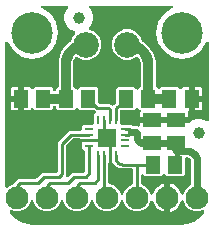
<source format=gbr>
G04 EAGLE Gerber RS-274X export*
G75*
%MOMM*%
%FSLAX34Y34*%
%LPD*%
%INTop Copper*%
%IPPOS*%
%AMOC8*
5,1,8,0,0,1.08239X$1,22.5*%
G01*
%ADD10R,1.500000X1.500000*%
%ADD11R,0.280000X0.800000*%
%ADD12R,0.800000X0.280000*%
%ADD13R,1.240000X1.500000*%
%ADD14R,1.500000X1.240000*%
%ADD15C,2.184400*%
%ADD16C,1.000000*%
%ADD17C,3.516000*%
%ADD18C,1.930400*%
%ADD19C,0.254000*%
%ADD20C,0.906400*%
%ADD21C,0.609600*%
%ADD22C,0.406400*%
%ADD23C,0.812800*%

G36*
X157156Y88253D02*
X157156Y88253D01*
X157255Y88256D01*
X157314Y88273D01*
X157374Y88281D01*
X157466Y88317D01*
X157561Y88345D01*
X157613Y88375D01*
X157669Y88398D01*
X157749Y88456D01*
X157835Y88506D01*
X157910Y88573D01*
X157927Y88585D01*
X157935Y88594D01*
X157956Y88613D01*
X159554Y90211D01*
X163976Y92043D01*
X168764Y92043D01*
X173239Y90189D01*
X173309Y90130D01*
X173328Y90122D01*
X173344Y90109D01*
X173472Y90054D01*
X173597Y89995D01*
X173617Y89991D01*
X173636Y89983D01*
X173774Y89961D01*
X173910Y89935D01*
X173930Y89936D01*
X173950Y89933D01*
X174089Y89946D01*
X174227Y89955D01*
X174246Y89961D01*
X174266Y89963D01*
X174398Y90010D01*
X174529Y90053D01*
X174547Y90064D01*
X174566Y90071D01*
X174681Y90149D01*
X174798Y90223D01*
X174812Y90238D01*
X174829Y90249D01*
X174921Y90353D01*
X175016Y90455D01*
X175026Y90472D01*
X175039Y90488D01*
X175103Y90612D01*
X175170Y90733D01*
X175175Y90753D01*
X175184Y90771D01*
X175214Y90907D01*
X175249Y91041D01*
X175251Y91069D01*
X175254Y91081D01*
X175253Y91102D01*
X175259Y91202D01*
X175259Y155993D01*
X175246Y156096D01*
X175242Y156201D01*
X175226Y156254D01*
X175219Y156308D01*
X175181Y156405D01*
X175151Y156505D01*
X175123Y156553D01*
X175102Y156604D01*
X175041Y156688D01*
X174987Y156778D01*
X174948Y156817D01*
X174916Y156861D01*
X174835Y156928D01*
X174761Y157001D01*
X174713Y157029D01*
X174671Y157064D01*
X174576Y157109D01*
X174486Y157161D01*
X174433Y157176D01*
X174383Y157200D01*
X174280Y157219D01*
X174180Y157248D01*
X174125Y157249D01*
X174071Y157259D01*
X173966Y157253D01*
X173862Y157256D01*
X173808Y157243D01*
X173753Y157240D01*
X173654Y157207D01*
X173552Y157184D01*
X173503Y157159D01*
X173451Y157142D01*
X173362Y157086D01*
X173270Y157038D01*
X173228Y157001D01*
X173182Y156972D01*
X173110Y156895D01*
X173032Y156826D01*
X172979Y156756D01*
X172964Y156740D01*
X172957Y156727D01*
X172935Y156698D01*
X168075Y149425D01*
X160883Y144620D01*
X152400Y142932D01*
X143917Y144620D01*
X136725Y149425D01*
X131920Y156617D01*
X130232Y165100D01*
X131920Y173583D01*
X136725Y180775D01*
X143998Y185635D01*
X144077Y185703D01*
X144161Y185764D01*
X144196Y185807D01*
X144238Y185843D01*
X144298Y185929D01*
X144364Y186009D01*
X144388Y186059D01*
X144419Y186105D01*
X144455Y186203D01*
X144500Y186297D01*
X144510Y186351D01*
X144529Y186403D01*
X144540Y186507D01*
X144559Y186610D01*
X144556Y186665D01*
X144562Y186719D01*
X144546Y186823D01*
X144540Y186927D01*
X144523Y186979D01*
X144515Y187034D01*
X144474Y187130D01*
X144442Y187229D01*
X144412Y187276D01*
X144391Y187327D01*
X144327Y187410D01*
X144272Y187498D01*
X144231Y187536D01*
X144198Y187580D01*
X144116Y187645D01*
X144040Y187716D01*
X143992Y187743D01*
X143948Y187777D01*
X143853Y187819D01*
X143761Y187870D01*
X143708Y187883D01*
X143658Y187906D01*
X143554Y187923D01*
X143453Y187949D01*
X143365Y187955D01*
X143344Y187958D01*
X143329Y187957D01*
X143293Y187959D01*
X74692Y187959D01*
X74554Y187942D01*
X74415Y187929D01*
X74396Y187922D01*
X74376Y187919D01*
X74247Y187868D01*
X74116Y187821D01*
X74099Y187810D01*
X74081Y187802D01*
X73968Y187721D01*
X73853Y187643D01*
X73840Y187627D01*
X73823Y187616D01*
X73734Y187508D01*
X73643Y187404D01*
X73633Y187386D01*
X73620Y187371D01*
X73561Y187245D01*
X73498Y187121D01*
X73494Y187101D01*
X73485Y187083D01*
X73459Y186946D01*
X73428Y186811D01*
X73429Y186790D01*
X73425Y186771D01*
X73434Y186632D01*
X73438Y186493D01*
X73444Y186473D01*
X73445Y186453D01*
X73488Y186321D01*
X73526Y186187D01*
X73537Y186170D01*
X73543Y186151D01*
X73617Y186033D01*
X73688Y185913D01*
X73706Y185892D01*
X73713Y185882D01*
X73728Y185868D01*
X73794Y185793D01*
X74971Y184616D01*
X76803Y180194D01*
X76803Y175406D01*
X74971Y170984D01*
X73692Y169705D01*
X73662Y169666D01*
X73625Y169632D01*
X73572Y169553D01*
X73523Y169493D01*
X73516Y169478D01*
X73497Y169454D01*
X73477Y169408D01*
X73450Y169367D01*
X73414Y169263D01*
X73413Y169259D01*
X73387Y169205D01*
X73386Y169197D01*
X73371Y169162D01*
X73363Y169113D01*
X73347Y169066D01*
X73338Y168957D01*
X73330Y168905D01*
X73328Y168893D01*
X73328Y168891D01*
X73321Y168848D01*
X73326Y168798D01*
X73322Y168749D01*
X73340Y168641D01*
X73351Y168531D01*
X73368Y168485D01*
X73376Y168436D01*
X73421Y168335D01*
X73458Y168232D01*
X73486Y168191D01*
X73507Y168146D01*
X73575Y168060D01*
X73637Y167969D01*
X73674Y167936D01*
X73705Y167897D01*
X73793Y167831D01*
X73875Y167758D01*
X73920Y167736D01*
X73959Y167706D01*
X74104Y167635D01*
X78238Y165923D01*
X81883Y162278D01*
X83855Y157517D01*
X83855Y152363D01*
X81883Y147602D01*
X78238Y143957D01*
X73477Y141985D01*
X68323Y141985D01*
X63475Y143994D01*
X63452Y144011D01*
X63397Y144035D01*
X63346Y144067D01*
X63252Y144098D01*
X63160Y144138D01*
X63101Y144147D01*
X63044Y144166D01*
X62945Y144172D01*
X62846Y144188D01*
X62786Y144182D01*
X62727Y144186D01*
X62629Y144167D01*
X62529Y144158D01*
X62473Y144138D01*
X62414Y144127D01*
X62324Y144084D01*
X62230Y144051D01*
X62180Y144017D01*
X62126Y143991D01*
X62050Y143928D01*
X61967Y143872D01*
X61927Y143827D01*
X61881Y143789D01*
X61778Y143665D01*
X61378Y143114D01*
X61359Y143080D01*
X61334Y143049D01*
X61300Y142977D01*
X61257Y142910D01*
X61235Y142853D01*
X61225Y142836D01*
X61220Y142816D01*
X61198Y142762D01*
X61198Y142761D01*
X60276Y139924D01*
X60263Y139856D01*
X60241Y139790D01*
X60218Y139631D01*
X60101Y138140D01*
X60102Y138118D01*
X60097Y138040D01*
X60097Y120022D01*
X60112Y119904D01*
X60119Y119785D01*
X60132Y119747D01*
X60137Y119706D01*
X60180Y119596D01*
X60217Y119483D01*
X60239Y119448D01*
X60254Y119411D01*
X60323Y119315D01*
X60387Y119214D01*
X60417Y119186D01*
X60440Y119153D01*
X60532Y119077D01*
X60619Y118996D01*
X60654Y118976D01*
X60685Y118951D01*
X60793Y118900D01*
X60897Y118842D01*
X60937Y118832D01*
X60973Y118815D01*
X60981Y118814D01*
X62603Y117192D01*
X62697Y117119D01*
X62786Y117040D01*
X62822Y117022D01*
X62854Y116997D01*
X62963Y116950D01*
X63069Y116896D01*
X63108Y116887D01*
X63146Y116871D01*
X63263Y116852D01*
X63379Y116826D01*
X63420Y116827D01*
X63460Y116821D01*
X63578Y116832D01*
X63697Y116836D01*
X63736Y116847D01*
X63776Y116851D01*
X63888Y116891D01*
X64003Y116924D01*
X64038Y116945D01*
X64076Y116958D01*
X64174Y117025D01*
X64277Y117086D01*
X64322Y117126D01*
X64339Y117137D01*
X64352Y117152D01*
X64398Y117192D01*
X65958Y118753D01*
X80042Y118753D01*
X81233Y117562D01*
X81233Y106184D01*
X81245Y106086D01*
X81248Y105987D01*
X81265Y105928D01*
X81273Y105868D01*
X81309Y105776D01*
X81337Y105681D01*
X81365Y105634D01*
X81365Y105633D01*
X81368Y105628D01*
X81390Y105573D01*
X81448Y105493D01*
X81498Y105407D01*
X81532Y105368D01*
X81535Y105364D01*
X81542Y105358D01*
X81564Y105332D01*
X81576Y105315D01*
X81586Y105307D01*
X81604Y105286D01*
X81616Y105274D01*
X81695Y105214D01*
X81767Y105146D01*
X81809Y105122D01*
X81821Y105112D01*
X81831Y105108D01*
X81868Y105080D01*
X81959Y105040D01*
X82045Y104992D01*
X82104Y104977D01*
X82159Y104953D01*
X82257Y104938D01*
X82353Y104913D01*
X82453Y104907D01*
X82474Y104903D01*
X82486Y104905D01*
X82514Y104903D01*
X90455Y104903D01*
X93008Y103429D01*
X93111Y103385D01*
X93211Y103334D01*
X93257Y103324D01*
X93301Y103306D01*
X93412Y103289D01*
X93522Y103265D01*
X93569Y103266D01*
X93615Y103259D01*
X93727Y103271D01*
X93839Y103274D01*
X93885Y103287D01*
X93932Y103292D01*
X94037Y103331D01*
X94145Y103363D01*
X94186Y103387D01*
X94230Y103403D01*
X94322Y103467D01*
X94419Y103524D01*
X94473Y103572D01*
X94491Y103584D01*
X94503Y103598D01*
X94540Y103631D01*
X96196Y105286D01*
X96256Y105365D01*
X96324Y105437D01*
X96353Y105490D01*
X96390Y105538D01*
X96430Y105629D01*
X96478Y105715D01*
X96493Y105774D01*
X96517Y105829D01*
X96532Y105927D01*
X96557Y106023D01*
X96563Y106123D01*
X96567Y106144D01*
X96565Y106156D01*
X96567Y106184D01*
X96567Y117562D01*
X97758Y118753D01*
X111842Y118753D01*
X113402Y117192D01*
X113497Y117119D01*
X113586Y117040D01*
X113622Y117022D01*
X113654Y116997D01*
X113763Y116950D01*
X113869Y116896D01*
X113908Y116887D01*
X113946Y116871D01*
X114063Y116852D01*
X114179Y116826D01*
X114220Y116827D01*
X114260Y116821D01*
X114378Y116832D01*
X114497Y116836D01*
X114536Y116847D01*
X114576Y116851D01*
X114689Y116891D01*
X114803Y116924D01*
X114837Y116945D01*
X114876Y116958D01*
X114974Y117025D01*
X115077Y117086D01*
X115122Y117126D01*
X115139Y117137D01*
X115152Y117152D01*
X115197Y117192D01*
X116830Y118824D01*
X116860Y118836D01*
X116973Y118873D01*
X117008Y118895D01*
X117045Y118910D01*
X117141Y118979D01*
X117242Y119043D01*
X117270Y119073D01*
X117303Y119096D01*
X117379Y119188D01*
X117460Y119275D01*
X117480Y119310D01*
X117505Y119341D01*
X117556Y119449D01*
X117614Y119553D01*
X117624Y119593D01*
X117641Y119629D01*
X117663Y119746D01*
X117693Y119861D01*
X117697Y119921D01*
X117701Y119941D01*
X117699Y119962D01*
X117703Y120022D01*
X117703Y137040D01*
X117701Y137062D01*
X117699Y137140D01*
X117570Y138787D01*
X117556Y138855D01*
X117551Y138924D01*
X117511Y139080D01*
X116493Y142215D01*
X116442Y142322D01*
X116399Y142432D01*
X116366Y142484D01*
X116358Y142502D01*
X116345Y142518D01*
X116313Y142568D01*
X115308Y143951D01*
X115267Y143995D01*
X115234Y144044D01*
X115159Y144110D01*
X115090Y144183D01*
X115040Y144215D01*
X114995Y144255D01*
X114906Y144300D01*
X114822Y144354D01*
X114765Y144372D01*
X114712Y144399D01*
X114614Y144421D01*
X114519Y144452D01*
X114460Y144456D01*
X114402Y144469D01*
X114302Y144466D01*
X114202Y144472D01*
X114143Y144461D01*
X114084Y144459D01*
X113988Y144431D01*
X113890Y144413D01*
X113835Y144387D01*
X113778Y144371D01*
X113692Y144320D01*
X113602Y144277D01*
X113556Y144239D01*
X113504Y144209D01*
X113384Y144103D01*
X113238Y143957D01*
X108477Y141985D01*
X103323Y141985D01*
X98562Y143957D01*
X94917Y147602D01*
X92945Y152363D01*
X92945Y157517D01*
X94917Y162278D01*
X98562Y165923D01*
X103323Y167895D01*
X108477Y167895D01*
X113238Y165923D01*
X116883Y162278D01*
X118853Y157522D01*
X118906Y157428D01*
X118953Y157329D01*
X118985Y157290D01*
X119010Y157246D01*
X119086Y157168D01*
X119155Y157084D01*
X119216Y157033D01*
X119231Y157018D01*
X119246Y157009D01*
X119279Y156981D01*
X123080Y154220D01*
X127548Y148070D01*
X129897Y140841D01*
X129897Y120022D01*
X129912Y119904D01*
X129919Y119785D01*
X129932Y119747D01*
X129937Y119706D01*
X129980Y119596D01*
X130017Y119483D01*
X130039Y119448D01*
X130054Y119411D01*
X130123Y119315D01*
X130187Y119214D01*
X130217Y119186D01*
X130240Y119153D01*
X130332Y119077D01*
X130419Y118996D01*
X130454Y118976D01*
X130485Y118951D01*
X130593Y118900D01*
X130697Y118842D01*
X130737Y118832D01*
X130773Y118815D01*
X130781Y118814D01*
X131817Y117777D01*
X131912Y117704D01*
X132001Y117625D01*
X132037Y117607D01*
X132069Y117582D01*
X132178Y117535D01*
X132284Y117481D01*
X132323Y117472D01*
X132361Y117456D01*
X132478Y117437D01*
X132594Y117411D01*
X132635Y117412D01*
X132675Y117406D01*
X132793Y117417D01*
X132912Y117421D01*
X132951Y117432D01*
X132991Y117436D01*
X133104Y117476D01*
X133218Y117509D01*
X133252Y117530D01*
X133291Y117543D01*
X133389Y117610D01*
X133492Y117671D01*
X133537Y117711D01*
X133554Y117722D01*
X133567Y117737D01*
X133612Y117777D01*
X134588Y118753D01*
X148672Y118753D01*
X150037Y117388D01*
X150136Y117311D01*
X150231Y117229D01*
X150261Y117214D01*
X150288Y117193D01*
X150403Y117143D01*
X150516Y117087D01*
X150549Y117080D01*
X150580Y117067D01*
X150704Y117047D01*
X150827Y117021D01*
X150861Y117022D01*
X150894Y117017D01*
X151019Y117028D01*
X151145Y117034D01*
X151177Y117043D01*
X151211Y117047D01*
X151329Y117089D01*
X151449Y117125D01*
X151478Y117143D01*
X151510Y117154D01*
X151614Y117225D01*
X151722Y117290D01*
X151745Y117314D01*
X151773Y117333D01*
X151856Y117427D01*
X151944Y117517D01*
X151971Y117557D01*
X151984Y117571D01*
X151994Y117591D01*
X152034Y117651D01*
X152397Y118280D01*
X152870Y118753D01*
X153449Y119088D01*
X154096Y119261D01*
X158091Y119261D01*
X158091Y110490D01*
X158106Y110372D01*
X158113Y110253D01*
X158126Y110215D01*
X158131Y110175D01*
X158174Y110064D01*
X158211Y109951D01*
X158233Y109916D01*
X158248Y109879D01*
X158318Y109783D01*
X158381Y109682D01*
X158411Y109654D01*
X158435Y109622D01*
X158526Y109546D01*
X158613Y109464D01*
X158648Y109445D01*
X158679Y109419D01*
X158787Y109368D01*
X158891Y109311D01*
X158931Y109300D01*
X158967Y109283D01*
X159084Y109261D01*
X159199Y109231D01*
X159260Y109227D01*
X159280Y109223D01*
X159300Y109225D01*
X159360Y109221D01*
X160631Y109221D01*
X160631Y109219D01*
X159360Y109219D01*
X159242Y109204D01*
X159123Y109197D01*
X159085Y109184D01*
X159045Y109179D01*
X158934Y109135D01*
X158821Y109099D01*
X158786Y109077D01*
X158749Y109062D01*
X158653Y108992D01*
X158552Y108929D01*
X158524Y108899D01*
X158491Y108875D01*
X158416Y108784D01*
X158334Y108697D01*
X158314Y108662D01*
X158289Y108630D01*
X158238Y108523D01*
X158180Y108419D01*
X158170Y108379D01*
X158153Y108343D01*
X158131Y108226D01*
X158101Y108111D01*
X158097Y108050D01*
X158093Y108030D01*
X158095Y108010D01*
X158091Y107950D01*
X158091Y99096D01*
X158083Y99093D01*
X157964Y99053D01*
X157935Y99035D01*
X157904Y99022D01*
X157802Y98949D01*
X157697Y98880D01*
X157674Y98855D01*
X157647Y98836D01*
X157566Y98738D01*
X157481Y98646D01*
X157465Y98617D01*
X157444Y98591D01*
X157390Y98477D01*
X157331Y98366D01*
X157323Y98333D01*
X157308Y98303D01*
X157285Y98180D01*
X157254Y98057D01*
X157255Y98023D01*
X157248Y97990D01*
X157256Y97865D01*
X157257Y97739D01*
X157267Y97691D01*
X157268Y97673D01*
X157275Y97653D01*
X157289Y97581D01*
X157361Y97315D01*
X157361Y93319D01*
X148590Y93319D01*
X148472Y93304D01*
X148353Y93297D01*
X148315Y93284D01*
X148275Y93279D01*
X148164Y93235D01*
X148051Y93199D01*
X148016Y93177D01*
X147979Y93162D01*
X147883Y93092D01*
X147782Y93029D01*
X147754Y92999D01*
X147722Y92975D01*
X147646Y92884D01*
X147564Y92797D01*
X147545Y92762D01*
X147519Y92730D01*
X147468Y92623D01*
X147411Y92519D01*
X147400Y92479D01*
X147383Y92443D01*
X147361Y92326D01*
X147331Y92211D01*
X147327Y92150D01*
X147323Y92130D01*
X147325Y92110D01*
X147321Y92050D01*
X147321Y89510D01*
X147336Y89392D01*
X147343Y89273D01*
X147356Y89235D01*
X147361Y89195D01*
X147405Y89084D01*
X147441Y88971D01*
X147463Y88936D01*
X147478Y88899D01*
X147548Y88803D01*
X147611Y88702D01*
X147641Y88674D01*
X147665Y88641D01*
X147756Y88566D01*
X147843Y88484D01*
X147878Y88464D01*
X147910Y88439D01*
X148017Y88388D01*
X148121Y88330D01*
X148161Y88320D01*
X148197Y88303D01*
X148314Y88281D01*
X148429Y88251D01*
X148490Y88247D01*
X148510Y88243D01*
X148530Y88245D01*
X148590Y88241D01*
X157058Y88241D01*
X157156Y88253D01*
G37*
G36*
X3868Y33572D02*
X3868Y33572D01*
X4007Y33576D01*
X4027Y33581D01*
X4047Y33583D01*
X4179Y33625D01*
X4313Y33664D01*
X4330Y33675D01*
X4349Y33681D01*
X4467Y33755D01*
X4587Y33826D01*
X4608Y33844D01*
X4618Y33851D01*
X4632Y33866D01*
X4707Y33932D01*
X6081Y35306D01*
X8740Y36407D01*
X8748Y36412D01*
X8757Y36414D01*
X8885Y36490D01*
X9016Y36565D01*
X9023Y36571D01*
X9031Y36576D01*
X9151Y36682D01*
X11704Y39234D01*
X13872Y41403D01*
X28586Y41403D01*
X28684Y41415D01*
X28783Y41418D01*
X28842Y41435D01*
X28902Y41443D01*
X28994Y41479D01*
X29089Y41507D01*
X29141Y41537D01*
X29197Y41560D01*
X29277Y41618D01*
X29363Y41668D01*
X29438Y41734D01*
X29455Y41746D01*
X29463Y41756D01*
X29484Y41774D01*
X34192Y46483D01*
X46228Y46483D01*
X46346Y46498D01*
X46465Y46505D01*
X46503Y46518D01*
X46544Y46523D01*
X46654Y46566D01*
X46767Y46603D01*
X46802Y46625D01*
X46839Y46640D01*
X46935Y46709D01*
X47036Y46773D01*
X47064Y46803D01*
X47097Y46826D01*
X47173Y46918D01*
X47254Y47005D01*
X47274Y47040D01*
X47299Y47071D01*
X47350Y47179D01*
X47408Y47283D01*
X47418Y47323D01*
X47435Y47359D01*
X47457Y47476D01*
X47487Y47591D01*
X47491Y47651D01*
X47495Y47671D01*
X47493Y47692D01*
X47497Y47752D01*
X47497Y72488D01*
X57012Y82003D01*
X66598Y82003D01*
X66716Y82018D01*
X66835Y82025D01*
X66873Y82038D01*
X66914Y82043D01*
X67024Y82086D01*
X67137Y82123D01*
X67172Y82145D01*
X67209Y82160D01*
X67305Y82229D01*
X67406Y82293D01*
X67434Y82323D01*
X67467Y82346D01*
X67543Y82438D01*
X67624Y82525D01*
X67644Y82560D01*
X67669Y82591D01*
X67720Y82699D01*
X67778Y82803D01*
X67788Y82843D01*
X67805Y82879D01*
X67827Y82996D01*
X67857Y83111D01*
X67861Y83171D01*
X67865Y83191D01*
X67863Y83212D01*
X67867Y83272D01*
X67867Y85942D01*
X69058Y87133D01*
X76698Y87133D01*
X76816Y87148D01*
X76935Y87155D01*
X76973Y87168D01*
X77014Y87173D01*
X77124Y87216D01*
X77237Y87253D01*
X77272Y87275D01*
X77309Y87290D01*
X77405Y87359D01*
X77506Y87423D01*
X77534Y87453D01*
X77567Y87476D01*
X77643Y87568D01*
X77724Y87655D01*
X77744Y87690D01*
X77769Y87721D01*
X77820Y87829D01*
X77878Y87933D01*
X77888Y87973D01*
X77905Y88009D01*
X77927Y88126D01*
X77957Y88241D01*
X77961Y88301D01*
X77965Y88321D01*
X77963Y88342D01*
X77967Y88402D01*
X77967Y96042D01*
X78840Y96914D01*
X78913Y97008D01*
X78992Y97098D01*
X79010Y97134D01*
X79035Y97166D01*
X79082Y97275D01*
X79136Y97381D01*
X79145Y97420D01*
X79161Y97458D01*
X79180Y97575D01*
X79206Y97691D01*
X79205Y97732D01*
X79211Y97772D01*
X79200Y97890D01*
X79196Y98009D01*
X79185Y98048D01*
X79181Y98088D01*
X79141Y98200D01*
X79108Y98315D01*
X79087Y98349D01*
X79073Y98388D01*
X79007Y98486D01*
X78946Y98589D01*
X78906Y98634D01*
X78895Y98651D01*
X78880Y98664D01*
X78840Y98709D01*
X78234Y99316D01*
X78155Y99376D01*
X78083Y99444D01*
X78030Y99473D01*
X77982Y99510D01*
X77891Y99550D01*
X77805Y99598D01*
X77746Y99613D01*
X77691Y99637D01*
X77593Y99652D01*
X77497Y99677D01*
X77397Y99683D01*
X77376Y99687D01*
X77364Y99685D01*
X77336Y99687D01*
X65958Y99687D01*
X64398Y101248D01*
X64303Y101321D01*
X64214Y101400D01*
X64178Y101418D01*
X64146Y101443D01*
X64037Y101490D01*
X63931Y101544D01*
X63892Y101553D01*
X63854Y101569D01*
X63737Y101588D01*
X63621Y101614D01*
X63580Y101613D01*
X63540Y101619D01*
X63422Y101608D01*
X63303Y101604D01*
X63264Y101593D01*
X63224Y101589D01*
X63111Y101549D01*
X62997Y101516D01*
X62963Y101495D01*
X62924Y101482D01*
X62826Y101415D01*
X62723Y101354D01*
X62678Y101314D01*
X62661Y101303D01*
X62648Y101288D01*
X62603Y101248D01*
X61042Y99687D01*
X46958Y99687D01*
X45767Y100878D01*
X45767Y101854D01*
X45752Y101972D01*
X45745Y102091D01*
X45732Y102129D01*
X45727Y102170D01*
X45684Y102280D01*
X45647Y102393D01*
X45625Y102428D01*
X45610Y102465D01*
X45541Y102561D01*
X45477Y102662D01*
X45447Y102690D01*
X45424Y102723D01*
X45332Y102799D01*
X45245Y102880D01*
X45210Y102900D01*
X45179Y102925D01*
X45071Y102976D01*
X44967Y103034D01*
X44927Y103044D01*
X44891Y103061D01*
X44774Y103083D01*
X44659Y103113D01*
X44599Y103117D01*
X44579Y103121D01*
X44558Y103119D01*
X44498Y103123D01*
X44402Y103123D01*
X44284Y103108D01*
X44165Y103101D01*
X44127Y103088D01*
X44086Y103083D01*
X43976Y103040D01*
X43863Y103003D01*
X43828Y102981D01*
X43791Y102966D01*
X43695Y102897D01*
X43594Y102833D01*
X43566Y102803D01*
X43533Y102780D01*
X43457Y102688D01*
X43376Y102601D01*
X43356Y102566D01*
X43331Y102535D01*
X43280Y102427D01*
X43222Y102323D01*
X43212Y102283D01*
X43195Y102247D01*
X43173Y102130D01*
X43143Y102015D01*
X43139Y101955D01*
X43135Y101935D01*
X43137Y101914D01*
X43133Y101854D01*
X43133Y100878D01*
X41942Y99687D01*
X27858Y99687D01*
X26493Y101052D01*
X26394Y101129D01*
X26299Y101211D01*
X26269Y101226D01*
X26242Y101247D01*
X26127Y101297D01*
X26014Y101353D01*
X25981Y101360D01*
X25950Y101373D01*
X25826Y101393D01*
X25703Y101419D01*
X25669Y101418D01*
X25636Y101423D01*
X25511Y101412D01*
X25385Y101406D01*
X25353Y101397D01*
X25319Y101393D01*
X25201Y101351D01*
X25081Y101315D01*
X25052Y101297D01*
X25020Y101286D01*
X24916Y101215D01*
X24808Y101150D01*
X24785Y101126D01*
X24757Y101107D01*
X24674Y101013D01*
X24586Y100923D01*
X24559Y100883D01*
X24546Y100869D01*
X24536Y100849D01*
X24496Y100789D01*
X24133Y100160D01*
X23660Y99687D01*
X23081Y99352D01*
X22434Y99179D01*
X18439Y99179D01*
X18439Y107950D01*
X18424Y108068D01*
X18417Y108187D01*
X18404Y108225D01*
X18399Y108265D01*
X18355Y108376D01*
X18319Y108489D01*
X18297Y108524D01*
X18282Y108561D01*
X18212Y108657D01*
X18149Y108758D01*
X18119Y108786D01*
X18095Y108818D01*
X18004Y108894D01*
X17917Y108976D01*
X17882Y108995D01*
X17850Y109021D01*
X17743Y109072D01*
X17639Y109129D01*
X17599Y109140D01*
X17563Y109157D01*
X17446Y109179D01*
X17331Y109209D01*
X17270Y109213D01*
X17250Y109217D01*
X17230Y109215D01*
X17170Y109219D01*
X15899Y109219D01*
X15899Y109221D01*
X17170Y109221D01*
X17288Y109236D01*
X17407Y109243D01*
X17445Y109256D01*
X17485Y109261D01*
X17596Y109305D01*
X17709Y109341D01*
X17744Y109363D01*
X17781Y109378D01*
X17877Y109448D01*
X17978Y109511D01*
X18006Y109541D01*
X18038Y109565D01*
X18114Y109656D01*
X18196Y109743D01*
X18215Y109778D01*
X18241Y109810D01*
X18292Y109917D01*
X18349Y110021D01*
X18360Y110061D01*
X18377Y110097D01*
X18399Y110214D01*
X18429Y110329D01*
X18433Y110390D01*
X18437Y110410D01*
X18435Y110430D01*
X18439Y110490D01*
X18439Y119261D01*
X22434Y119261D01*
X23081Y119088D01*
X23660Y118753D01*
X24133Y118280D01*
X24496Y117651D01*
X24572Y117551D01*
X24643Y117447D01*
X24668Y117424D01*
X24689Y117397D01*
X24787Y117319D01*
X24881Y117236D01*
X24911Y117221D01*
X24938Y117200D01*
X25053Y117149D01*
X25165Y117091D01*
X25198Y117084D01*
X25228Y117070D01*
X25353Y117049D01*
X25475Y117022D01*
X25509Y117023D01*
X25542Y117017D01*
X25667Y117028D01*
X25793Y117031D01*
X25825Y117041D01*
X25859Y117044D01*
X25978Y117085D01*
X26098Y117120D01*
X26127Y117137D01*
X26159Y117148D01*
X26264Y117218D01*
X26372Y117281D01*
X26409Y117314D01*
X26424Y117324D01*
X26439Y117340D01*
X26493Y117388D01*
X27858Y118753D01*
X41942Y118753D01*
X43133Y117562D01*
X43133Y116586D01*
X43148Y116468D01*
X43155Y116349D01*
X43168Y116311D01*
X43173Y116270D01*
X43216Y116160D01*
X43253Y116047D01*
X43275Y116012D01*
X43290Y115975D01*
X43359Y115879D01*
X43423Y115778D01*
X43453Y115750D01*
X43476Y115717D01*
X43568Y115641D01*
X43655Y115560D01*
X43690Y115540D01*
X43721Y115515D01*
X43829Y115464D01*
X43933Y115406D01*
X43973Y115396D01*
X44009Y115379D01*
X44126Y115357D01*
X44241Y115327D01*
X44301Y115323D01*
X44321Y115319D01*
X44342Y115321D01*
X44402Y115317D01*
X44498Y115317D01*
X44616Y115332D01*
X44735Y115339D01*
X44773Y115352D01*
X44814Y115357D01*
X44924Y115400D01*
X45037Y115437D01*
X45072Y115459D01*
X45109Y115474D01*
X45205Y115543D01*
X45306Y115607D01*
X45334Y115637D01*
X45367Y115660D01*
X45443Y115752D01*
X45524Y115839D01*
X45544Y115874D01*
X45569Y115905D01*
X45620Y116013D01*
X45678Y116117D01*
X45688Y116157D01*
X45705Y116193D01*
X45727Y116310D01*
X45757Y116425D01*
X45761Y116485D01*
X45765Y116505D01*
X45763Y116526D01*
X45767Y116586D01*
X45767Y117562D01*
X47030Y118824D01*
X47060Y118836D01*
X47173Y118873D01*
X47208Y118895D01*
X47245Y118910D01*
X47341Y118979D01*
X47442Y119043D01*
X47470Y119073D01*
X47503Y119096D01*
X47579Y119188D01*
X47660Y119275D01*
X47680Y119310D01*
X47705Y119341D01*
X47756Y119449D01*
X47814Y119553D01*
X47824Y119593D01*
X47841Y119629D01*
X47863Y119746D01*
X47893Y119861D01*
X47897Y119921D01*
X47901Y119941D01*
X47899Y119962D01*
X47903Y120022D01*
X47903Y141682D01*
X50154Y148610D01*
X54436Y154504D01*
X57422Y156673D01*
X57451Y156700D01*
X57484Y156721D01*
X57566Y156809D01*
X57654Y156891D01*
X57675Y156924D01*
X57702Y156953D01*
X57760Y157058D01*
X57824Y157159D01*
X57837Y157197D01*
X57856Y157231D01*
X57886Y157348D01*
X57923Y157462D01*
X57923Y157463D01*
X59917Y162278D01*
X61762Y164122D01*
X61792Y164162D01*
X61829Y164195D01*
X61888Y164285D01*
X61920Y164324D01*
X61924Y164331D01*
X61957Y164374D01*
X61976Y164419D01*
X62004Y164461D01*
X62039Y164565D01*
X62083Y164666D01*
X62091Y164715D01*
X62107Y164762D01*
X62116Y164871D01*
X62133Y164980D01*
X62128Y165029D01*
X62132Y165079D01*
X62113Y165187D01*
X62103Y165296D01*
X62086Y165343D01*
X62078Y165392D01*
X62033Y165492D01*
X61995Y165596D01*
X61967Y165637D01*
X61947Y165682D01*
X61879Y165768D01*
X61817Y165859D01*
X61780Y165892D01*
X61749Y165930D01*
X61661Y165996D01*
X61578Y166069D01*
X61534Y166092D01*
X61494Y166122D01*
X61350Y166193D01*
X57954Y167599D01*
X54569Y170984D01*
X52737Y175406D01*
X52737Y180194D01*
X54569Y184616D01*
X55746Y185793D01*
X55831Y185902D01*
X55920Y186009D01*
X55928Y186028D01*
X55941Y186044D01*
X55996Y186171D01*
X56055Y186297D01*
X56059Y186317D01*
X56067Y186336D01*
X56089Y186474D01*
X56115Y186610D01*
X56114Y186630D01*
X56117Y186650D01*
X56104Y186789D01*
X56095Y186927D01*
X56089Y186946D01*
X56087Y186966D01*
X56040Y187098D01*
X55997Y187229D01*
X55986Y187247D01*
X55979Y187266D01*
X55901Y187381D01*
X55827Y187498D01*
X55812Y187512D01*
X55801Y187529D01*
X55697Y187621D01*
X55595Y187716D01*
X55578Y187726D01*
X55562Y187739D01*
X55438Y187803D01*
X55317Y187870D01*
X55297Y187875D01*
X55279Y187884D01*
X55143Y187914D01*
X55009Y187949D01*
X54981Y187951D01*
X54969Y187954D01*
X54948Y187953D01*
X54848Y187959D01*
X34507Y187959D01*
X34404Y187946D01*
X34299Y187942D01*
X34246Y187926D01*
X34192Y187919D01*
X34095Y187881D01*
X33995Y187851D01*
X33947Y187823D01*
X33896Y187802D01*
X33812Y187741D01*
X33722Y187687D01*
X33683Y187648D01*
X33639Y187616D01*
X33572Y187535D01*
X33499Y187461D01*
X33471Y187413D01*
X33436Y187371D01*
X33391Y187276D01*
X33339Y187186D01*
X33324Y187133D01*
X33300Y187083D01*
X33281Y186980D01*
X33252Y186880D01*
X33251Y186825D01*
X33241Y186771D01*
X33247Y186666D01*
X33244Y186562D01*
X33257Y186508D01*
X33260Y186453D01*
X33293Y186354D01*
X33316Y186252D01*
X33341Y186203D01*
X33358Y186151D01*
X33414Y186062D01*
X33462Y185970D01*
X33499Y185928D01*
X33528Y185882D01*
X33605Y185810D01*
X33674Y185732D01*
X33744Y185679D01*
X33760Y185664D01*
X33773Y185657D01*
X33802Y185635D01*
X41075Y180775D01*
X45880Y173583D01*
X47568Y165100D01*
X45880Y156617D01*
X41075Y149425D01*
X33883Y144620D01*
X25400Y142932D01*
X16917Y144620D01*
X9725Y149425D01*
X4865Y156698D01*
X4797Y156777D01*
X4736Y156861D01*
X4693Y156896D01*
X4657Y156938D01*
X4571Y156998D01*
X4491Y157064D01*
X4441Y157088D01*
X4395Y157119D01*
X4297Y157155D01*
X4203Y157200D01*
X4149Y157210D01*
X4097Y157229D01*
X3993Y157240D01*
X3890Y157259D01*
X3835Y157256D01*
X3781Y157262D01*
X3677Y157246D01*
X3573Y157240D01*
X3521Y157223D01*
X3466Y157215D01*
X3370Y157174D01*
X3271Y157142D01*
X3224Y157112D01*
X3173Y157091D01*
X3090Y157027D01*
X3002Y156972D01*
X2964Y156931D01*
X2920Y156898D01*
X2855Y156816D01*
X2784Y156740D01*
X2757Y156692D01*
X2723Y156648D01*
X2681Y156553D01*
X2630Y156461D01*
X2617Y156408D01*
X2594Y156358D01*
X2577Y156254D01*
X2551Y156153D01*
X2545Y156065D01*
X2542Y156044D01*
X2543Y156029D01*
X2541Y155993D01*
X2541Y34830D01*
X2558Y34692D01*
X2571Y34553D01*
X2578Y34534D01*
X2581Y34514D01*
X2632Y34385D01*
X2679Y34254D01*
X2690Y34237D01*
X2698Y34218D01*
X2779Y34106D01*
X2857Y33991D01*
X2873Y33978D01*
X2884Y33961D01*
X2992Y33872D01*
X3096Y33780D01*
X3114Y33771D01*
X3129Y33758D01*
X3255Y33699D01*
X3379Y33636D01*
X3399Y33631D01*
X3417Y33623D01*
X3554Y33597D01*
X3689Y33566D01*
X3710Y33567D01*
X3729Y33563D01*
X3868Y33572D01*
G37*
G36*
X152422Y2543D02*
X152422Y2543D01*
X152500Y2545D01*
X155877Y2810D01*
X155945Y2824D01*
X156014Y2829D01*
X156170Y2869D01*
X162594Y4956D01*
X162701Y5006D01*
X162812Y5050D01*
X162863Y5083D01*
X162882Y5091D01*
X162897Y5104D01*
X162948Y5136D01*
X168412Y9107D01*
X168499Y9188D01*
X168546Y9227D01*
X168552Y9231D01*
X168553Y9233D01*
X168591Y9264D01*
X168629Y9310D01*
X168644Y9324D01*
X168655Y9342D01*
X168693Y9388D01*
X171092Y12689D01*
X171154Y12803D01*
X171222Y12913D01*
X171231Y12942D01*
X171245Y12968D01*
X171278Y13093D01*
X171316Y13217D01*
X171317Y13247D01*
X171325Y13276D01*
X171325Y13406D01*
X171331Y13534D01*
X171325Y13564D01*
X171325Y13594D01*
X171293Y13719D01*
X171266Y13846D01*
X171253Y13873D01*
X171246Y13902D01*
X171184Y14015D01*
X171127Y14132D01*
X171107Y14154D01*
X171093Y14181D01*
X171004Y14275D01*
X170920Y14374D01*
X170896Y14391D01*
X170875Y14413D01*
X170766Y14482D01*
X170660Y14557D01*
X170632Y14567D01*
X170607Y14584D01*
X170484Y14624D01*
X170363Y14669D01*
X170333Y14673D01*
X170304Y14682D01*
X170176Y14690D01*
X170047Y14705D01*
X170017Y14700D01*
X169987Y14702D01*
X169860Y14678D01*
X169732Y14660D01*
X169691Y14646D01*
X169674Y14643D01*
X169655Y14634D01*
X169580Y14608D01*
X167424Y13715D01*
X162776Y13715D01*
X158481Y15494D01*
X155194Y18781D01*
X153807Y22130D01*
X153792Y22156D01*
X153783Y22184D01*
X153714Y22294D01*
X153650Y22406D01*
X153629Y22428D01*
X153613Y22453D01*
X153519Y22541D01*
X153428Y22635D01*
X153403Y22650D01*
X153381Y22671D01*
X153268Y22733D01*
X153157Y22801D01*
X153129Y22810D01*
X153102Y22824D01*
X152977Y22856D01*
X152853Y22894D01*
X152823Y22896D01*
X152794Y22903D01*
X152665Y22903D01*
X152536Y22910D01*
X152506Y22904D01*
X152476Y22904D01*
X152351Y22871D01*
X152224Y22845D01*
X152197Y22832D01*
X152168Y22825D01*
X152055Y22763D01*
X151938Y22706D01*
X151916Y22686D01*
X151889Y22672D01*
X151795Y22583D01*
X151696Y22499D01*
X151679Y22475D01*
X151657Y22454D01*
X151588Y22345D01*
X151513Y22239D01*
X151503Y22211D01*
X151487Y22186D01*
X151427Y22036D01*
X150999Y20720D01*
X150128Y19010D01*
X149000Y17457D01*
X147643Y16100D01*
X146090Y14972D01*
X144380Y14101D01*
X142555Y13507D01*
X142199Y13451D01*
X142199Y24170D01*
X142184Y24288D01*
X142177Y24407D01*
X142164Y24445D01*
X142159Y24485D01*
X142116Y24596D01*
X142079Y24709D01*
X142057Y24743D01*
X142042Y24781D01*
X141973Y24877D01*
X141909Y24978D01*
X141879Y25006D01*
X141856Y25038D01*
X141764Y25114D01*
X141677Y25196D01*
X141642Y25215D01*
X141611Y25241D01*
X141503Y25292D01*
X141399Y25349D01*
X141359Y25359D01*
X141323Y25377D01*
X141216Y25397D01*
X141246Y25401D01*
X141356Y25445D01*
X141469Y25481D01*
X141504Y25503D01*
X141541Y25518D01*
X141637Y25588D01*
X141738Y25651D01*
X141766Y25681D01*
X141799Y25705D01*
X141875Y25796D01*
X141956Y25883D01*
X141976Y25918D01*
X142001Y25950D01*
X142052Y26057D01*
X142110Y26162D01*
X142120Y26201D01*
X142137Y26237D01*
X142159Y26354D01*
X142189Y26470D01*
X142193Y26530D01*
X142197Y26550D01*
X142195Y26570D01*
X142197Y26576D01*
X142196Y26583D01*
X142199Y26630D01*
X142199Y37349D01*
X142555Y37293D01*
X144380Y36699D01*
X146090Y35828D01*
X147643Y34700D01*
X149000Y33343D01*
X150128Y31790D01*
X150999Y30080D01*
X151427Y28764D01*
X151440Y28737D01*
X151447Y28708D01*
X151470Y28664D01*
X151473Y28656D01*
X151483Y28640D01*
X151508Y28593D01*
X151563Y28476D01*
X151582Y28453D01*
X151596Y28426D01*
X151683Y28331D01*
X151765Y28231D01*
X151790Y28213D01*
X151810Y28191D01*
X151918Y28120D01*
X152023Y28044D01*
X152050Y28033D01*
X152075Y28016D01*
X152198Y27974D01*
X152318Y27927D01*
X152348Y27923D01*
X152376Y27913D01*
X152505Y27903D01*
X152634Y27887D01*
X152663Y27890D01*
X152693Y27888D01*
X152821Y27910D01*
X152949Y27926D01*
X152977Y27937D01*
X153006Y27942D01*
X153124Y27995D01*
X153245Y28043D01*
X153269Y28061D01*
X153296Y28073D01*
X153397Y28154D01*
X153503Y28230D01*
X153522Y28253D01*
X153545Y28271D01*
X153623Y28375D01*
X153705Y28475D01*
X153718Y28502D01*
X153736Y28526D01*
X153807Y28670D01*
X155194Y32019D01*
X158481Y35306D01*
X159236Y35618D01*
X159261Y35633D01*
X159289Y35642D01*
X159399Y35712D01*
X159512Y35776D01*
X159533Y35796D01*
X159558Y35812D01*
X159647Y35907D01*
X159740Y35997D01*
X159756Y36022D01*
X159776Y36044D01*
X159839Y36158D01*
X159907Y36268D01*
X159915Y36297D01*
X159930Y36322D01*
X159951Y36405D01*
X159957Y36418D01*
X159964Y36454D01*
X160000Y36572D01*
X160002Y36602D01*
X160009Y36630D01*
X160015Y36720D01*
X160017Y36730D01*
X160016Y36740D01*
X160019Y36791D01*
X160019Y53809D01*
X160009Y53888D01*
X160010Y53966D01*
X159980Y54124D01*
X159927Y54328D01*
X160007Y54882D01*
X160007Y54891D01*
X160009Y54901D01*
X160019Y55061D01*
X160019Y55640D01*
X160044Y55736D01*
X160084Y55880D01*
X160084Y55889D01*
X160086Y55898D01*
X160086Y56048D01*
X160089Y56198D01*
X160087Y56207D01*
X160087Y56216D01*
X160057Y56374D01*
X159811Y57332D01*
X159808Y57341D01*
X159806Y57350D01*
X159750Y57488D01*
X159694Y57628D01*
X159689Y57636D01*
X159685Y57644D01*
X159597Y57779D01*
X158981Y58600D01*
X158975Y58607D01*
X158970Y58615D01*
X158865Y58720D01*
X158760Y58828D01*
X158752Y58833D01*
X158746Y58840D01*
X158613Y58931D01*
X157729Y59453D01*
X157632Y59496D01*
X157538Y59546D01*
X157458Y59571D01*
X157438Y59580D01*
X157422Y59582D01*
X157385Y59594D01*
X157144Y59653D01*
X157073Y59661D01*
X157003Y59679D01*
X156843Y59689D01*
X156162Y59689D01*
X156044Y59674D01*
X155925Y59667D01*
X155887Y59654D01*
X155846Y59649D01*
X155736Y59606D01*
X155623Y59569D01*
X155588Y59547D01*
X155551Y59532D01*
X155455Y59463D01*
X155354Y59399D01*
X155326Y59369D01*
X155293Y59346D01*
X155217Y59254D01*
X155136Y59167D01*
X155116Y59132D01*
X155091Y59101D01*
X155040Y58993D01*
X154982Y58889D01*
X154972Y58849D01*
X154955Y58813D01*
X154933Y58696D01*
X154903Y58581D01*
X154899Y58521D01*
X154895Y58501D01*
X154897Y58480D01*
X154896Y58472D01*
X154895Y58468D01*
X154896Y58464D01*
X154893Y58420D01*
X154893Y44998D01*
X153702Y43807D01*
X139618Y43807D01*
X138057Y45368D01*
X137963Y45441D01*
X137951Y45452D01*
X137949Y45453D01*
X137874Y45520D01*
X137838Y45538D01*
X137806Y45563D01*
X137697Y45610D01*
X137591Y45664D01*
X137552Y45673D01*
X137514Y45689D01*
X137397Y45708D01*
X137281Y45734D01*
X137240Y45733D01*
X137200Y45739D01*
X137082Y45728D01*
X136963Y45724D01*
X136924Y45713D01*
X136884Y45709D01*
X136772Y45669D01*
X136657Y45636D01*
X136622Y45615D01*
X136584Y45602D01*
X136486Y45535D01*
X136383Y45474D01*
X136338Y45434D01*
X136321Y45423D01*
X136308Y45408D01*
X136262Y45368D01*
X134702Y43807D01*
X120618Y43807D01*
X119769Y44656D01*
X119660Y44741D01*
X119553Y44830D01*
X119534Y44838D01*
X119518Y44851D01*
X119391Y44906D01*
X119265Y44965D01*
X119245Y44969D01*
X119226Y44977D01*
X119088Y44999D01*
X118952Y45025D01*
X118932Y45024D01*
X118912Y45027D01*
X118773Y45014D01*
X118635Y45005D01*
X118616Y44999D01*
X118596Y44997D01*
X118464Y44950D01*
X118333Y44907D01*
X118315Y44896D01*
X118296Y44890D01*
X118181Y44811D01*
X118064Y44737D01*
X118050Y44722D01*
X118033Y44711D01*
X117941Y44607D01*
X117846Y44505D01*
X117836Y44488D01*
X117823Y44473D01*
X117760Y44349D01*
X117692Y44227D01*
X117687Y44207D01*
X117678Y44189D01*
X117648Y44053D01*
X117613Y43919D01*
X117611Y43891D01*
X117608Y43879D01*
X117609Y43859D01*
X117603Y43758D01*
X117603Y37528D01*
X117606Y37498D01*
X117604Y37469D01*
X117626Y37341D01*
X117643Y37212D01*
X117653Y37185D01*
X117658Y37155D01*
X117712Y37037D01*
X117760Y36916D01*
X117777Y36892D01*
X117789Y36865D01*
X117870Y36764D01*
X117946Y36659D01*
X117969Y36640D01*
X117988Y36617D01*
X118091Y36539D01*
X118191Y36456D01*
X118218Y36444D01*
X118242Y36426D01*
X118386Y36355D01*
X120919Y35306D01*
X124206Y32019D01*
X125593Y28670D01*
X125599Y28659D01*
X125600Y28656D01*
X125608Y28644D01*
X125617Y28616D01*
X125686Y28506D01*
X125750Y28394D01*
X125771Y28372D01*
X125787Y28347D01*
X125881Y28259D01*
X125972Y28165D01*
X125997Y28150D01*
X126019Y28129D01*
X126132Y28067D01*
X126243Y27999D01*
X126271Y27990D01*
X126298Y27976D01*
X126423Y27944D01*
X126547Y27906D01*
X126577Y27904D01*
X126606Y27897D01*
X126735Y27897D01*
X126864Y27890D01*
X126894Y27896D01*
X126924Y27896D01*
X127049Y27929D01*
X127176Y27955D01*
X127203Y27968D01*
X127232Y27975D01*
X127345Y28037D01*
X127462Y28094D01*
X127484Y28114D01*
X127511Y28128D01*
X127605Y28217D01*
X127704Y28301D01*
X127721Y28325D01*
X127743Y28346D01*
X127812Y28455D01*
X127887Y28561D01*
X127897Y28589D01*
X127913Y28614D01*
X127973Y28764D01*
X128401Y30080D01*
X129272Y31790D01*
X130400Y33343D01*
X131757Y34700D01*
X133310Y35828D01*
X135020Y36699D01*
X136845Y37293D01*
X137201Y37349D01*
X137201Y26630D01*
X137216Y26512D01*
X137223Y26393D01*
X137235Y26355D01*
X137241Y26315D01*
X137284Y26204D01*
X137321Y26091D01*
X137343Y26057D01*
X137358Y26019D01*
X137427Y25923D01*
X137491Y25822D01*
X137521Y25794D01*
X137544Y25762D01*
X137636Y25686D01*
X137723Y25604D01*
X137758Y25585D01*
X137789Y25559D01*
X137897Y25508D01*
X138001Y25451D01*
X138041Y25441D01*
X138077Y25423D01*
X138184Y25403D01*
X138154Y25399D01*
X138044Y25355D01*
X137931Y25319D01*
X137896Y25297D01*
X137859Y25282D01*
X137762Y25212D01*
X137662Y25149D01*
X137634Y25119D01*
X137601Y25095D01*
X137525Y25004D01*
X137444Y24917D01*
X137424Y24882D01*
X137399Y24850D01*
X137348Y24743D01*
X137290Y24638D01*
X137280Y24599D01*
X137263Y24563D01*
X137241Y24446D01*
X137211Y24330D01*
X137207Y24270D01*
X137203Y24250D01*
X137205Y24230D01*
X137201Y24170D01*
X137201Y13451D01*
X136845Y13507D01*
X135020Y14101D01*
X133310Y14972D01*
X131757Y16100D01*
X130400Y17457D01*
X129272Y19010D01*
X128401Y20720D01*
X127973Y22036D01*
X127960Y22063D01*
X127953Y22092D01*
X127892Y22207D01*
X127837Y22324D01*
X127818Y22347D01*
X127804Y22374D01*
X127717Y22469D01*
X127635Y22569D01*
X127610Y22587D01*
X127590Y22609D01*
X127482Y22680D01*
X127377Y22756D01*
X127350Y22767D01*
X127325Y22784D01*
X127202Y22826D01*
X127082Y22873D01*
X127052Y22877D01*
X127024Y22887D01*
X126895Y22897D01*
X126766Y22913D01*
X126737Y22910D01*
X126707Y22912D01*
X126579Y22890D01*
X126451Y22874D01*
X126423Y22863D01*
X126394Y22858D01*
X126276Y22805D01*
X126155Y22757D01*
X126131Y22739D01*
X126104Y22727D01*
X126003Y22646D01*
X125897Y22570D01*
X125878Y22547D01*
X125855Y22529D01*
X125777Y22425D01*
X125695Y22325D01*
X125682Y22298D01*
X125664Y22274D01*
X125593Y22130D01*
X124206Y18781D01*
X120919Y15494D01*
X116624Y13715D01*
X111976Y13715D01*
X107681Y15494D01*
X104394Y18781D01*
X102773Y22696D01*
X102704Y22816D01*
X102639Y22939D01*
X102625Y22954D01*
X102615Y22972D01*
X102518Y23072D01*
X102425Y23175D01*
X102408Y23186D01*
X102394Y23200D01*
X102276Y23273D01*
X102159Y23350D01*
X102140Y23356D01*
X102123Y23367D01*
X101990Y23408D01*
X101858Y23453D01*
X101838Y23454D01*
X101819Y23460D01*
X101680Y23467D01*
X101541Y23478D01*
X101521Y23475D01*
X101501Y23475D01*
X101365Y23447D01*
X101228Y23424D01*
X101210Y23415D01*
X101190Y23411D01*
X101064Y23350D01*
X100938Y23293D01*
X100922Y23280D01*
X100904Y23271D01*
X100798Y23181D01*
X100690Y23094D01*
X100677Y23078D01*
X100662Y23065D01*
X100582Y22951D01*
X100498Y22840D01*
X100486Y22815D01*
X100479Y22805D01*
X100472Y22786D01*
X100427Y22696D01*
X98806Y18781D01*
X95519Y15494D01*
X91224Y13715D01*
X86576Y13715D01*
X82281Y15494D01*
X78994Y18781D01*
X77373Y22696D01*
X77304Y22816D01*
X77239Y22939D01*
X77225Y22954D01*
X77215Y22972D01*
X77118Y23072D01*
X77025Y23175D01*
X77008Y23186D01*
X76994Y23200D01*
X76876Y23273D01*
X76759Y23350D01*
X76740Y23356D01*
X76723Y23367D01*
X76590Y23408D01*
X76458Y23453D01*
X76438Y23454D01*
X76419Y23460D01*
X76280Y23467D01*
X76141Y23478D01*
X76121Y23475D01*
X76101Y23475D01*
X75965Y23447D01*
X75828Y23424D01*
X75810Y23415D01*
X75790Y23411D01*
X75664Y23350D01*
X75538Y23293D01*
X75522Y23280D01*
X75504Y23271D01*
X75398Y23181D01*
X75290Y23094D01*
X75277Y23078D01*
X75262Y23065D01*
X75182Y22951D01*
X75098Y22840D01*
X75086Y22815D01*
X75079Y22805D01*
X75072Y22786D01*
X75027Y22696D01*
X73406Y18781D01*
X70119Y15494D01*
X65824Y13715D01*
X61176Y13715D01*
X56881Y15494D01*
X53594Y18781D01*
X51973Y22696D01*
X51904Y22816D01*
X51839Y22939D01*
X51825Y22954D01*
X51815Y22972D01*
X51718Y23072D01*
X51625Y23175D01*
X51608Y23186D01*
X51594Y23200D01*
X51476Y23273D01*
X51359Y23350D01*
X51340Y23356D01*
X51323Y23367D01*
X51190Y23408D01*
X51058Y23453D01*
X51038Y23454D01*
X51019Y23460D01*
X50880Y23467D01*
X50741Y23478D01*
X50721Y23475D01*
X50701Y23475D01*
X50565Y23447D01*
X50428Y23424D01*
X50410Y23415D01*
X50390Y23411D01*
X50264Y23350D01*
X50138Y23293D01*
X50122Y23280D01*
X50104Y23271D01*
X49998Y23181D01*
X49890Y23094D01*
X49877Y23078D01*
X49862Y23065D01*
X49782Y22951D01*
X49698Y22840D01*
X49686Y22815D01*
X49679Y22805D01*
X49672Y22786D01*
X49627Y22696D01*
X48006Y18781D01*
X44719Y15494D01*
X40424Y13715D01*
X35776Y13715D01*
X31481Y15494D01*
X28194Y18781D01*
X26573Y22696D01*
X26504Y22816D01*
X26439Y22939D01*
X26425Y22954D01*
X26415Y22972D01*
X26318Y23072D01*
X26225Y23175D01*
X26208Y23186D01*
X26194Y23200D01*
X26076Y23273D01*
X25959Y23350D01*
X25940Y23356D01*
X25923Y23367D01*
X25790Y23408D01*
X25658Y23453D01*
X25638Y23454D01*
X25619Y23460D01*
X25480Y23467D01*
X25341Y23478D01*
X25321Y23475D01*
X25301Y23475D01*
X25165Y23447D01*
X25028Y23424D01*
X25010Y23415D01*
X24990Y23411D01*
X24864Y23350D01*
X24738Y23293D01*
X24722Y23280D01*
X24704Y23271D01*
X24598Y23181D01*
X24490Y23094D01*
X24477Y23078D01*
X24462Y23065D01*
X24382Y22951D01*
X24298Y22840D01*
X24286Y22815D01*
X24279Y22805D01*
X24272Y22786D01*
X24227Y22696D01*
X22606Y18781D01*
X19319Y15494D01*
X15024Y13715D01*
X10376Y13715D01*
X8220Y14608D01*
X8096Y14642D01*
X7973Y14682D01*
X7943Y14684D01*
X7914Y14692D01*
X7784Y14694D01*
X7655Y14702D01*
X7626Y14697D01*
X7596Y14697D01*
X7470Y14667D01*
X7343Y14643D01*
X7316Y14630D01*
X7286Y14623D01*
X7172Y14562D01*
X7055Y14508D01*
X7032Y14488D01*
X7005Y14474D01*
X6910Y14387D01*
X6810Y14305D01*
X6792Y14281D01*
X6770Y14260D01*
X6699Y14152D01*
X6623Y14048D01*
X6612Y14020D01*
X6595Y13995D01*
X6553Y13872D01*
X6506Y13752D01*
X6502Y13722D01*
X6492Y13694D01*
X6482Y13565D01*
X6465Y13437D01*
X6469Y13407D01*
X6467Y13377D01*
X6489Y13249D01*
X6505Y13121D01*
X6516Y13093D01*
X6521Y13063D01*
X6574Y12946D01*
X6622Y12825D01*
X6645Y12789D01*
X6652Y12773D01*
X6665Y12756D01*
X6708Y12689D01*
X9107Y9388D01*
X9127Y9366D01*
X9138Y9348D01*
X9184Y9305D01*
X9188Y9301D01*
X9264Y9209D01*
X9310Y9171D01*
X9324Y9156D01*
X9342Y9145D01*
X9388Y9107D01*
X14596Y5322D01*
X14852Y5136D01*
X14956Y5079D01*
X15056Y5015D01*
X15113Y4993D01*
X15131Y4983D01*
X15151Y4978D01*
X15206Y4956D01*
X21630Y2869D01*
X21698Y2856D01*
X21764Y2833D01*
X21923Y2810D01*
X25300Y2545D01*
X25322Y2546D01*
X25400Y2541D01*
X152400Y2541D01*
X152422Y2543D01*
G37*
G36*
X55430Y42800D02*
X55430Y42800D01*
X55569Y42804D01*
X55589Y42810D01*
X55609Y42811D01*
X55741Y42854D01*
X55875Y42892D01*
X55892Y42903D01*
X55911Y42909D01*
X56029Y42983D01*
X56149Y43054D01*
X56170Y43072D01*
X56180Y43079D01*
X56194Y43094D01*
X56269Y43160D01*
X59592Y46483D01*
X69226Y46483D01*
X69324Y46495D01*
X69423Y46498D01*
X69482Y46515D01*
X69542Y46523D01*
X69634Y46559D01*
X69729Y46587D01*
X69781Y46617D01*
X69837Y46640D01*
X69917Y46698D01*
X70003Y46748D01*
X70078Y46814D01*
X70095Y46826D01*
X70103Y46836D01*
X70124Y46854D01*
X70226Y46956D01*
X70286Y47035D01*
X70354Y47107D01*
X70383Y47160D01*
X70420Y47208D01*
X70460Y47299D01*
X70508Y47385D01*
X70523Y47444D01*
X70547Y47499D01*
X70562Y47597D01*
X70587Y47693D01*
X70593Y47793D01*
X70597Y47814D01*
X70595Y47826D01*
X70597Y47854D01*
X70597Y63998D01*
X70582Y64116D01*
X70575Y64235D01*
X70562Y64273D01*
X70557Y64314D01*
X70514Y64424D01*
X70477Y64537D01*
X70455Y64572D01*
X70440Y64609D01*
X70371Y64705D01*
X70307Y64806D01*
X70277Y64834D01*
X70254Y64867D01*
X70162Y64943D01*
X70075Y65024D01*
X70040Y65044D01*
X70009Y65069D01*
X69901Y65120D01*
X69797Y65178D01*
X69757Y65188D01*
X69721Y65205D01*
X69604Y65227D01*
X69489Y65257D01*
X69429Y65261D01*
X69409Y65265D01*
X69388Y65263D01*
X69328Y65267D01*
X69058Y65267D01*
X67867Y66458D01*
X67867Y70399D01*
X67856Y70491D01*
X67854Y70583D01*
X67836Y70648D01*
X67827Y70715D01*
X67793Y70801D01*
X67769Y70890D01*
X67717Y70995D01*
X67710Y71010D01*
X67705Y71017D01*
X67697Y71034D01*
X67532Y71319D01*
X67359Y71966D01*
X67359Y72431D01*
X73900Y72431D01*
X74018Y72446D01*
X74137Y72453D01*
X74175Y72465D01*
X74215Y72470D01*
X74326Y72514D01*
X74439Y72551D01*
X74473Y72573D01*
X74511Y72587D01*
X74607Y72657D01*
X74708Y72721D01*
X74736Y72751D01*
X74768Y72774D01*
X74844Y72866D01*
X74926Y72953D01*
X74945Y72988D01*
X74971Y73019D01*
X75022Y73127D01*
X75079Y73231D01*
X75089Y73270D01*
X75107Y73307D01*
X75129Y73424D01*
X75159Y73539D01*
X75163Y73599D01*
X75166Y73619D01*
X75166Y73620D01*
X75165Y73640D01*
X75169Y73700D01*
X75154Y73818D01*
X75147Y73937D01*
X75134Y73975D01*
X75129Y74016D01*
X75085Y74126D01*
X75049Y74240D01*
X75027Y74274D01*
X75012Y74311D01*
X74942Y74408D01*
X74878Y74508D01*
X74849Y74536D01*
X74825Y74569D01*
X74733Y74645D01*
X74647Y74726D01*
X74611Y74746D01*
X74580Y74772D01*
X74473Y74822D01*
X74368Y74880D01*
X74329Y74890D01*
X74293Y74907D01*
X74176Y74929D01*
X74060Y74959D01*
X74000Y74963D01*
X73980Y74967D01*
X73960Y74966D01*
X73900Y74969D01*
X67035Y74969D01*
X67016Y74997D01*
X66924Y75073D01*
X66837Y75154D01*
X66802Y75174D01*
X66771Y75199D01*
X66663Y75250D01*
X66559Y75308D01*
X66519Y75318D01*
X66483Y75335D01*
X66366Y75357D01*
X66251Y75387D01*
X66190Y75391D01*
X66170Y75395D01*
X66150Y75393D01*
X66090Y75397D01*
X60274Y75397D01*
X60176Y75385D01*
X60077Y75382D01*
X60018Y75365D01*
X59958Y75357D01*
X59866Y75321D01*
X59771Y75293D01*
X59719Y75263D01*
X59663Y75240D01*
X59583Y75182D01*
X59497Y75132D01*
X59422Y75066D01*
X59405Y75054D01*
X59397Y75044D01*
X59376Y75026D01*
X54474Y70124D01*
X54414Y70045D01*
X54346Y69973D01*
X54317Y69920D01*
X54280Y69872D01*
X54240Y69781D01*
X54192Y69695D01*
X54177Y69636D01*
X54153Y69581D01*
X54138Y69483D01*
X54113Y69387D01*
X54107Y69287D01*
X54103Y69266D01*
X54105Y69254D01*
X54103Y69226D01*
X54103Y44058D01*
X54120Y43920D01*
X54133Y43781D01*
X54140Y43762D01*
X54143Y43742D01*
X54194Y43613D01*
X54241Y43482D01*
X54252Y43465D01*
X54260Y43447D01*
X54341Y43334D01*
X54419Y43219D01*
X54435Y43206D01*
X54446Y43189D01*
X54554Y43100D01*
X54658Y43008D01*
X54676Y42999D01*
X54691Y42986D01*
X54817Y42927D01*
X54941Y42864D01*
X54961Y42859D01*
X54979Y42851D01*
X55115Y42825D01*
X55251Y42794D01*
X55272Y42795D01*
X55291Y42791D01*
X55430Y42800D01*
G37*
G36*
X101679Y27325D02*
X101679Y27325D01*
X101699Y27325D01*
X101835Y27353D01*
X101972Y27376D01*
X101991Y27385D01*
X102010Y27389D01*
X102136Y27450D01*
X102262Y27507D01*
X102278Y27520D01*
X102296Y27529D01*
X102402Y27619D01*
X102510Y27706D01*
X102523Y27722D01*
X102538Y27735D01*
X102618Y27849D01*
X102702Y27960D01*
X102714Y27985D01*
X102721Y27995D01*
X102728Y28014D01*
X102773Y28104D01*
X104394Y32019D01*
X107681Y35306D01*
X110214Y36355D01*
X110239Y36370D01*
X110267Y36379D01*
X110377Y36448D01*
X110490Y36512D01*
X110511Y36533D01*
X110536Y36549D01*
X110625Y36643D01*
X110718Y36734D01*
X110734Y36759D01*
X110754Y36780D01*
X110817Y36894D01*
X110885Y37005D01*
X110893Y37033D01*
X110908Y37059D01*
X110940Y37185D01*
X110978Y37309D01*
X110980Y37338D01*
X110987Y37367D01*
X110997Y37528D01*
X110997Y48768D01*
X110982Y48886D01*
X110975Y49005D01*
X110962Y49043D01*
X110957Y49084D01*
X110914Y49194D01*
X110877Y49307D01*
X110855Y49342D01*
X110840Y49379D01*
X110771Y49475D01*
X110707Y49576D01*
X110677Y49604D01*
X110654Y49637D01*
X110562Y49713D01*
X110475Y49794D01*
X110440Y49814D01*
X110409Y49839D01*
X110301Y49890D01*
X110197Y49948D01*
X110157Y49958D01*
X110121Y49975D01*
X110004Y49997D01*
X109889Y50027D01*
X109829Y50031D01*
X109809Y50035D01*
X109788Y50033D01*
X109728Y50037D01*
X99322Y50037D01*
X95376Y52316D01*
X94389Y54025D01*
X94325Y54109D01*
X94268Y54198D01*
X94229Y54235D01*
X94197Y54278D01*
X94114Y54344D01*
X94037Y54416D01*
X93990Y54442D01*
X93947Y54476D01*
X93851Y54519D01*
X93758Y54570D01*
X93706Y54583D01*
X93657Y54605D01*
X93553Y54623D01*
X93450Y54649D01*
X93365Y54654D01*
X93343Y54658D01*
X93328Y54657D01*
X93290Y54659D01*
X92669Y54659D01*
X92669Y61200D01*
X92654Y61318D01*
X92647Y61437D01*
X92635Y61475D01*
X92630Y61515D01*
X92586Y61626D01*
X92549Y61739D01*
X92527Y61773D01*
X92513Y61811D01*
X92443Y61907D01*
X92379Y62008D01*
X92349Y62036D01*
X92326Y62068D01*
X92234Y62144D01*
X92147Y62226D01*
X92112Y62245D01*
X92081Y62271D01*
X91973Y62322D01*
X91869Y62379D01*
X91830Y62389D01*
X91793Y62407D01*
X91676Y62429D01*
X91561Y62459D01*
X91501Y62463D01*
X91481Y62466D01*
X91480Y62466D01*
X91460Y62465D01*
X91400Y62469D01*
X91282Y62454D01*
X91163Y62447D01*
X91124Y62434D01*
X91084Y62429D01*
X90974Y62385D01*
X90860Y62349D01*
X90826Y62327D01*
X90789Y62312D01*
X90692Y62242D01*
X90592Y62178D01*
X90564Y62149D01*
X90531Y62125D01*
X90455Y62033D01*
X90374Y61947D01*
X90354Y61911D01*
X90328Y61880D01*
X90278Y61773D01*
X90220Y61668D01*
X90210Y61629D01*
X90193Y61593D01*
X90171Y61476D01*
X90141Y61360D01*
X90137Y61300D01*
X90133Y61280D01*
X90134Y61260D01*
X90131Y61200D01*
X90131Y54335D01*
X90103Y54316D01*
X90028Y54224D01*
X89946Y54137D01*
X89926Y54102D01*
X89901Y54071D01*
X89850Y53963D01*
X89792Y53859D01*
X89782Y53820D01*
X89765Y53783D01*
X89743Y53666D01*
X89713Y53551D01*
X89709Y53491D01*
X89705Y53471D01*
X89707Y53450D01*
X89703Y53390D01*
X89703Y38354D01*
X89718Y38236D01*
X89725Y38117D01*
X89738Y38079D01*
X89743Y38038D01*
X89786Y37928D01*
X89823Y37815D01*
X89845Y37780D01*
X89860Y37743D01*
X89929Y37647D01*
X89993Y37546D01*
X90023Y37518D01*
X90046Y37485D01*
X90138Y37409D01*
X90225Y37328D01*
X90260Y37308D01*
X90291Y37283D01*
X90399Y37232D01*
X90503Y37174D01*
X90543Y37164D01*
X90579Y37147D01*
X90696Y37125D01*
X90811Y37095D01*
X90871Y37091D01*
X90891Y37087D01*
X90912Y37089D01*
X90972Y37085D01*
X91224Y37085D01*
X95519Y35306D01*
X98806Y32019D01*
X100427Y28104D01*
X100496Y27983D01*
X100561Y27861D01*
X100575Y27846D01*
X100585Y27828D01*
X100682Y27728D01*
X100775Y27625D01*
X100792Y27614D01*
X100806Y27599D01*
X100925Y27527D01*
X101041Y27450D01*
X101060Y27444D01*
X101077Y27433D01*
X101210Y27392D01*
X101342Y27347D01*
X101362Y27346D01*
X101381Y27340D01*
X101520Y27333D01*
X101659Y27322D01*
X101679Y27325D01*
G37*
G36*
X115795Y85481D02*
X115795Y85481D01*
X115927Y85489D01*
X115953Y85498D01*
X115979Y85500D01*
X116104Y85547D01*
X116229Y85587D01*
X116252Y85602D01*
X116278Y85611D01*
X116386Y85687D01*
X116498Y85758D01*
X116517Y85777D01*
X116539Y85793D01*
X116625Y85892D01*
X116716Y85989D01*
X116729Y86013D01*
X116747Y86033D01*
X116806Y86152D01*
X116870Y86268D01*
X116876Y86294D01*
X116888Y86318D01*
X116916Y86448D01*
X116949Y86576D01*
X116951Y86614D01*
X116955Y86629D01*
X116954Y86651D01*
X116959Y86736D01*
X116959Y88241D01*
X125730Y88241D01*
X125848Y88256D01*
X125967Y88263D01*
X126005Y88276D01*
X126045Y88281D01*
X126156Y88324D01*
X126269Y88361D01*
X126304Y88383D01*
X126341Y88398D01*
X126437Y88468D01*
X126538Y88531D01*
X126566Y88561D01*
X126598Y88585D01*
X126674Y88676D01*
X126756Y88763D01*
X126775Y88798D01*
X126801Y88829D01*
X126852Y88937D01*
X126909Y89041D01*
X126920Y89081D01*
X126937Y89117D01*
X126959Y89234D01*
X126989Y89349D01*
X126993Y89410D01*
X126997Y89430D01*
X126995Y89450D01*
X126999Y89510D01*
X126999Y92050D01*
X126984Y92168D01*
X126977Y92287D01*
X126964Y92325D01*
X126959Y92365D01*
X126915Y92476D01*
X126879Y92589D01*
X126857Y92624D01*
X126842Y92661D01*
X126772Y92757D01*
X126709Y92858D01*
X126679Y92886D01*
X126655Y92918D01*
X126564Y92994D01*
X126477Y93076D01*
X126442Y93095D01*
X126410Y93121D01*
X126303Y93172D01*
X126199Y93229D01*
X126159Y93240D01*
X126123Y93257D01*
X126006Y93279D01*
X125891Y93309D01*
X125830Y93313D01*
X125810Y93317D01*
X125790Y93315D01*
X125730Y93319D01*
X116959Y93319D01*
X116959Y97314D01*
X117132Y97961D01*
X117140Y97974D01*
X117184Y98078D01*
X117235Y98178D01*
X117245Y98224D01*
X117264Y98268D01*
X117280Y98379D01*
X117305Y98488D01*
X117303Y98536D01*
X117310Y98582D01*
X117298Y98694D01*
X117295Y98806D01*
X117282Y98852D01*
X117277Y98898D01*
X117238Y99004D01*
X117207Y99112D01*
X117183Y99152D01*
X117166Y99197D01*
X117102Y99289D01*
X117045Y99386D01*
X116997Y99440D01*
X116985Y99458D01*
X116971Y99470D01*
X116939Y99507D01*
X115197Y101248D01*
X115103Y101321D01*
X115014Y101400D01*
X114978Y101418D01*
X114946Y101443D01*
X114837Y101490D01*
X114731Y101544D01*
X114691Y101553D01*
X114654Y101569D01*
X114537Y101588D01*
X114421Y101614D01*
X114380Y101613D01*
X114340Y101619D01*
X114222Y101608D01*
X114103Y101604D01*
X114064Y101593D01*
X114024Y101589D01*
X113911Y101549D01*
X113797Y101516D01*
X113762Y101495D01*
X113724Y101482D01*
X113626Y101415D01*
X113523Y101354D01*
X113478Y101314D01*
X113461Y101303D01*
X113448Y101288D01*
X113402Y101248D01*
X111842Y99687D01*
X100972Y99687D01*
X100854Y99672D01*
X100735Y99665D01*
X100697Y99652D01*
X100656Y99647D01*
X100546Y99604D01*
X100433Y99567D01*
X100398Y99545D01*
X100361Y99530D01*
X100265Y99461D01*
X100164Y99397D01*
X100136Y99367D01*
X100103Y99344D01*
X100027Y99252D01*
X99946Y99165D01*
X99926Y99130D01*
X99901Y99099D01*
X99850Y98991D01*
X99792Y98887D01*
X99782Y98847D01*
X99765Y98811D01*
X99743Y98694D01*
X99713Y98579D01*
X99709Y98519D01*
X99705Y98499D01*
X99707Y98478D01*
X99703Y98418D01*
X99703Y96698D01*
X99715Y96599D01*
X99718Y96500D01*
X99735Y96442D01*
X99743Y96382D01*
X99779Y96290D01*
X99807Y96195D01*
X99833Y96151D01*
X99833Y88402D01*
X99848Y88284D01*
X99855Y88165D01*
X99868Y88127D01*
X99873Y88086D01*
X99916Y87976D01*
X99953Y87863D01*
X99975Y87828D01*
X99990Y87791D01*
X100059Y87695D01*
X100123Y87594D01*
X100153Y87566D01*
X100176Y87533D01*
X100268Y87457D01*
X100355Y87376D01*
X100390Y87356D01*
X100421Y87331D01*
X100529Y87280D01*
X100633Y87222D01*
X100673Y87212D01*
X100709Y87195D01*
X100826Y87173D01*
X100941Y87143D01*
X101001Y87139D01*
X101021Y87135D01*
X101042Y87137D01*
X101102Y87133D01*
X108742Y87133D01*
X109142Y86733D01*
X109220Y86672D01*
X109293Y86604D01*
X109346Y86575D01*
X109393Y86538D01*
X109484Y86498D01*
X109571Y86450D01*
X109630Y86435D01*
X109685Y86411D01*
X109783Y86396D01*
X109879Y86371D01*
X109979Y86365D01*
X109999Y86361D01*
X110012Y86363D01*
X110040Y86361D01*
X113802Y86361D01*
X115055Y85637D01*
X115178Y85586D01*
X115297Y85529D01*
X115324Y85524D01*
X115349Y85514D01*
X115480Y85494D01*
X115610Y85470D01*
X115636Y85471D01*
X115663Y85467D01*
X115795Y85481D01*
G37*
G36*
X146168Y88256D02*
X146168Y88256D01*
X146287Y88263D01*
X146325Y88276D01*
X146365Y88281D01*
X146476Y88324D01*
X146589Y88361D01*
X146624Y88383D01*
X146661Y88398D01*
X146757Y88468D01*
X146858Y88531D01*
X146886Y88561D01*
X146918Y88585D01*
X146994Y88676D01*
X147076Y88763D01*
X147095Y88798D01*
X147121Y88829D01*
X147172Y88937D01*
X147229Y89041D01*
X147240Y89081D01*
X147257Y89117D01*
X147279Y89234D01*
X147309Y89349D01*
X147313Y89410D01*
X147317Y89430D01*
X147315Y89450D01*
X147319Y89510D01*
X147319Y92050D01*
X147304Y92168D01*
X147297Y92287D01*
X147284Y92325D01*
X147279Y92365D01*
X147235Y92476D01*
X147199Y92589D01*
X147177Y92624D01*
X147162Y92661D01*
X147092Y92757D01*
X147029Y92858D01*
X146999Y92886D01*
X146975Y92918D01*
X146884Y92994D01*
X146797Y93076D01*
X146762Y93095D01*
X146730Y93121D01*
X146623Y93172D01*
X146519Y93229D01*
X146479Y93240D01*
X146443Y93257D01*
X146326Y93279D01*
X146211Y93309D01*
X146150Y93313D01*
X146130Y93317D01*
X146110Y93315D01*
X146050Y93319D01*
X128270Y93319D01*
X128152Y93304D01*
X128033Y93297D01*
X127995Y93284D01*
X127955Y93279D01*
X127844Y93235D01*
X127731Y93199D01*
X127696Y93177D01*
X127659Y93162D01*
X127563Y93092D01*
X127462Y93029D01*
X127434Y92999D01*
X127402Y92975D01*
X127326Y92884D01*
X127244Y92797D01*
X127225Y92762D01*
X127199Y92730D01*
X127148Y92623D01*
X127091Y92519D01*
X127080Y92479D01*
X127063Y92443D01*
X127041Y92326D01*
X127011Y92211D01*
X127007Y92150D01*
X127003Y92130D01*
X127005Y92110D01*
X127001Y92050D01*
X127001Y89510D01*
X127016Y89392D01*
X127023Y89273D01*
X127036Y89235D01*
X127041Y89195D01*
X127085Y89084D01*
X127121Y88971D01*
X127143Y88936D01*
X127158Y88899D01*
X127228Y88803D01*
X127291Y88702D01*
X127321Y88674D01*
X127345Y88641D01*
X127436Y88566D01*
X127523Y88484D01*
X127558Y88464D01*
X127590Y88439D01*
X127697Y88388D01*
X127801Y88330D01*
X127841Y88320D01*
X127877Y88303D01*
X127994Y88281D01*
X128109Y88251D01*
X128170Y88247D01*
X128190Y88243D01*
X128210Y88245D01*
X128270Y88241D01*
X146050Y88241D01*
X146168Y88256D01*
G37*
%LPC*%
G36*
X163169Y111759D02*
X163169Y111759D01*
X163169Y119261D01*
X167164Y119261D01*
X167811Y119088D01*
X168390Y118753D01*
X168863Y118280D01*
X169198Y117701D01*
X169371Y117054D01*
X169371Y111759D01*
X163169Y111759D01*
G37*
%LPD*%
%LPC*%
G36*
X163169Y99179D02*
X163169Y99179D01*
X163169Y106681D01*
X169371Y106681D01*
X169371Y101386D01*
X169198Y100739D01*
X168863Y100160D01*
X168390Y99687D01*
X167811Y99352D01*
X167164Y99179D01*
X163169Y99179D01*
G37*
%LPD*%
%LPC*%
G36*
X7159Y111759D02*
X7159Y111759D01*
X7159Y117054D01*
X7332Y117701D01*
X7667Y118280D01*
X8140Y118753D01*
X8719Y119088D01*
X9366Y119261D01*
X13361Y119261D01*
X13361Y111759D01*
X7159Y111759D01*
G37*
%LPD*%
%LPC*%
G36*
X9366Y99179D02*
X9366Y99179D01*
X8719Y99352D01*
X8140Y99687D01*
X7667Y100160D01*
X7332Y100739D01*
X7159Y101386D01*
X7159Y106681D01*
X13361Y106681D01*
X13361Y99179D01*
X9366Y99179D01*
G37*
%LPD*%
D10*
X88900Y76200D03*
D11*
X81400Y61200D03*
X86400Y61200D03*
X91400Y61200D03*
X96400Y61200D03*
D12*
X103900Y68700D03*
X103900Y73700D03*
X103900Y78700D03*
X103900Y83700D03*
D11*
X96400Y91200D03*
X91400Y91200D03*
X86400Y91200D03*
X81400Y91200D03*
D12*
X73900Y83700D03*
X73900Y78700D03*
X73900Y73700D03*
X73900Y68700D03*
D13*
X127660Y53340D03*
X146660Y53340D03*
D14*
X127000Y71780D03*
X127000Y90780D03*
X147320Y71780D03*
X147320Y90780D03*
D13*
X104800Y109220D03*
X123800Y109220D03*
X73000Y109220D03*
X54000Y109220D03*
X34900Y109220D03*
X15900Y109220D03*
X141630Y109220D03*
X160630Y109220D03*
D15*
X70900Y154940D03*
X105900Y154940D03*
D16*
X166370Y80010D03*
X64770Y177800D03*
D17*
X152400Y165100D03*
X25400Y165100D03*
D18*
X165100Y25400D03*
X139700Y25400D03*
X114300Y25400D03*
X88900Y25400D03*
X63500Y25400D03*
X38100Y25400D03*
X12700Y25400D03*
D19*
X86400Y78700D02*
X86400Y91200D01*
X86400Y78700D02*
X86402Y78602D01*
X86408Y78504D01*
X86417Y78406D01*
X86431Y78309D01*
X86448Y78212D01*
X86469Y78116D01*
X86494Y78021D01*
X86522Y77927D01*
X86555Y77835D01*
X86590Y77743D01*
X86630Y77653D01*
X86672Y77565D01*
X86719Y77478D01*
X86768Y77394D01*
X86821Y77311D01*
X86877Y77231D01*
X86937Y77152D01*
X86999Y77076D01*
X87064Y77003D01*
X87132Y76932D01*
X87203Y76864D01*
X87276Y76799D01*
X87352Y76737D01*
X87431Y76677D01*
X87511Y76621D01*
X87594Y76568D01*
X87678Y76519D01*
X87765Y76472D01*
X87853Y76430D01*
X87943Y76390D01*
X88035Y76355D01*
X88127Y76322D01*
X88221Y76294D01*
X88316Y76269D01*
X88412Y76248D01*
X88509Y76231D01*
X88606Y76217D01*
X88704Y76208D01*
X88802Y76202D01*
X88900Y76200D01*
X86400Y73700D02*
X73900Y73700D01*
X86400Y73700D02*
X86498Y73702D01*
X86596Y73708D01*
X86694Y73717D01*
X86791Y73731D01*
X86888Y73748D01*
X86984Y73769D01*
X87079Y73794D01*
X87173Y73822D01*
X87265Y73855D01*
X87357Y73890D01*
X87447Y73930D01*
X87535Y73972D01*
X87622Y74019D01*
X87706Y74068D01*
X87789Y74121D01*
X87869Y74177D01*
X87948Y74237D01*
X88024Y74299D01*
X88097Y74364D01*
X88168Y74432D01*
X88236Y74503D01*
X88301Y74576D01*
X88363Y74652D01*
X88423Y74731D01*
X88479Y74811D01*
X88532Y74894D01*
X88581Y74978D01*
X88628Y75065D01*
X88670Y75153D01*
X88710Y75243D01*
X88745Y75335D01*
X88778Y75427D01*
X88806Y75521D01*
X88831Y75616D01*
X88852Y75712D01*
X88869Y75809D01*
X88883Y75906D01*
X88892Y76004D01*
X88898Y76102D01*
X88900Y76200D01*
X91400Y73700D02*
X91400Y61200D01*
X91400Y73700D02*
X91398Y73798D01*
X91392Y73896D01*
X91383Y73994D01*
X91369Y74091D01*
X91352Y74188D01*
X91331Y74284D01*
X91306Y74379D01*
X91278Y74473D01*
X91245Y74565D01*
X91210Y74657D01*
X91170Y74747D01*
X91128Y74835D01*
X91081Y74922D01*
X91032Y75006D01*
X90979Y75089D01*
X90923Y75169D01*
X90863Y75248D01*
X90801Y75324D01*
X90736Y75397D01*
X90668Y75468D01*
X90597Y75536D01*
X90524Y75601D01*
X90448Y75663D01*
X90369Y75723D01*
X90289Y75779D01*
X90206Y75832D01*
X90122Y75881D01*
X90035Y75928D01*
X89947Y75970D01*
X89857Y76010D01*
X89765Y76045D01*
X89673Y76078D01*
X89579Y76106D01*
X89484Y76131D01*
X89388Y76152D01*
X89291Y76169D01*
X89194Y76183D01*
X89096Y76192D01*
X88998Y76198D01*
X88900Y76200D01*
D20*
X96480Y40680D03*
X66000Y94020D03*
X111720Y94020D03*
X88860Y113070D03*
X15200Y92750D03*
X159980Y124500D03*
X60920Y66080D03*
X86320Y78780D03*
D21*
X165100Y54610D02*
X165100Y25400D01*
X165100Y54610D02*
X165128Y54825D01*
X165151Y55041D01*
X165168Y55257D01*
X165181Y55474D01*
X165188Y55691D01*
X165190Y55908D01*
X165187Y56125D01*
X165178Y56342D01*
X165164Y56558D01*
X165145Y56774D01*
X165121Y56990D01*
X165092Y57205D01*
X165057Y57419D01*
X165017Y57633D01*
X164972Y57845D01*
X164922Y58056D01*
X164867Y58266D01*
X164807Y58474D01*
X164742Y58681D01*
X164672Y58887D01*
X164597Y59090D01*
X164517Y59292D01*
X164432Y59492D01*
X164342Y59689D01*
X164248Y59885D01*
X164148Y60078D01*
X164045Y60268D01*
X163936Y60456D01*
X163823Y60642D01*
X163706Y60824D01*
X163585Y61004D01*
X163459Y61181D01*
X163328Y61354D01*
X163194Y61525D01*
X163056Y61692D01*
X162913Y61856D01*
X162767Y62016D01*
X162617Y62173D01*
X162463Y62325D01*
X162305Y62475D01*
X162144Y62620D01*
X161979Y62761D01*
X161811Y62899D01*
X161640Y63032D01*
X161466Y63161D01*
X161288Y63286D01*
X161108Y63407D01*
X160925Y63523D01*
X160738Y63635D01*
X160550Y63742D01*
X160359Y63844D01*
X160165Y63942D01*
X159969Y64035D01*
X159771Y64124D01*
X159571Y64208D01*
X159368Y64286D01*
X159164Y64360D01*
X158958Y64429D01*
X158751Y64493D01*
X158542Y64552D01*
X158332Y64606D01*
X158121Y64654D01*
X157908Y64698D01*
X157694Y64736D01*
X157480Y64770D01*
X147980Y64770D01*
X147874Y64860D01*
X147770Y64954D01*
X147669Y65050D01*
X147570Y65149D01*
X147475Y65251D01*
X147382Y65356D01*
X147293Y65463D01*
X147206Y65572D01*
X147123Y65684D01*
X147042Y65799D01*
X146965Y65915D01*
X146891Y66034D01*
X146821Y66154D01*
X146754Y66277D01*
X146690Y66401D01*
X146630Y66527D01*
X146574Y66655D01*
X146521Y66784D01*
X146472Y66915D01*
X146426Y67047D01*
X146384Y67180D01*
X146346Y67315D01*
X146312Y67450D01*
X146281Y67586D01*
X146255Y67723D01*
X146232Y67861D01*
X146213Y67999D01*
X146198Y68138D01*
X146187Y68277D01*
X146180Y68417D01*
X146176Y68557D01*
X146177Y68696D01*
X146181Y68836D01*
X146190Y68975D01*
X146202Y69114D01*
X146218Y69253D01*
X146238Y69391D01*
X146262Y69529D01*
X146290Y69666D01*
X146322Y69802D01*
X146357Y69937D01*
X146397Y70071D01*
X146440Y70204D01*
X146486Y70335D01*
X146537Y70466D01*
X146591Y70594D01*
X146648Y70722D01*
X146709Y70847D01*
X146774Y70971D01*
X146842Y71093D01*
X146914Y71213D01*
X146988Y71331D01*
X147066Y71447D01*
X147148Y71560D01*
X147232Y71671D01*
X147320Y71780D01*
X127000Y71780D01*
X118720Y71780D01*
X118589Y71782D01*
X118458Y71788D01*
X118328Y71797D01*
X118197Y71811D01*
X118067Y71828D01*
X117938Y71850D01*
X117810Y71875D01*
X117682Y71904D01*
X117555Y71936D01*
X117429Y71973D01*
X117304Y72013D01*
X117181Y72057D01*
X117059Y72104D01*
X116938Y72155D01*
X116819Y72210D01*
X116702Y72268D01*
X116586Y72329D01*
X116472Y72394D01*
X116361Y72462D01*
X116251Y72534D01*
X116143Y72609D01*
X116038Y72687D01*
X115935Y72768D01*
X115835Y72852D01*
X115737Y72939D01*
X115641Y73029D01*
X115549Y73121D01*
X115459Y73217D01*
X115372Y73315D01*
X115288Y73415D01*
X115207Y73518D01*
X115129Y73623D01*
X115054Y73731D01*
X114982Y73841D01*
X114914Y73952D01*
X114849Y74066D01*
X114788Y74182D01*
X114730Y74299D01*
X114675Y74418D01*
X114624Y74539D01*
X114577Y74661D01*
X114533Y74784D01*
X114493Y74909D01*
X114456Y75035D01*
X114424Y75162D01*
X114395Y75290D01*
X114370Y75418D01*
X114348Y75547D01*
X114331Y75677D01*
X114317Y75808D01*
X114308Y75938D01*
X114302Y76069D01*
X114300Y76200D01*
X114300Y78740D01*
X114298Y78840D01*
X114292Y78939D01*
X114282Y79039D01*
X114269Y79137D01*
X114251Y79236D01*
X114230Y79333D01*
X114205Y79429D01*
X114176Y79525D01*
X114143Y79619D01*
X114107Y79712D01*
X114067Y79803D01*
X114023Y79893D01*
X113976Y79981D01*
X113926Y80067D01*
X113872Y80151D01*
X113815Y80233D01*
X113755Y80312D01*
X113691Y80390D01*
X113625Y80464D01*
X113556Y80536D01*
X113484Y80605D01*
X113410Y80671D01*
X113332Y80735D01*
X113253Y80795D01*
X113171Y80852D01*
X113087Y80906D01*
X113001Y80956D01*
X112913Y81003D01*
X112823Y81047D01*
X112732Y81087D01*
X112639Y81123D01*
X112545Y81156D01*
X112449Y81185D01*
X112353Y81210D01*
X112256Y81231D01*
X112157Y81249D01*
X112059Y81262D01*
X111959Y81272D01*
X111860Y81278D01*
X111760Y81280D01*
X109220Y81280D01*
D19*
X106800Y83700D02*
X103900Y83700D01*
X106800Y83700D02*
X106897Y83698D01*
X106995Y83692D01*
X107092Y83682D01*
X107188Y83669D01*
X107284Y83651D01*
X107379Y83630D01*
X107473Y83604D01*
X107566Y83575D01*
X107658Y83543D01*
X107749Y83506D01*
X107837Y83466D01*
X107925Y83423D01*
X108010Y83376D01*
X108093Y83325D01*
X108175Y83272D01*
X108254Y83215D01*
X108331Y83155D01*
X108405Y83091D01*
X108476Y83025D01*
X108545Y82956D01*
X108611Y82885D01*
X108675Y82811D01*
X108735Y82734D01*
X108792Y82655D01*
X108845Y82573D01*
X108896Y82490D01*
X108943Y82405D01*
X108986Y82317D01*
X109026Y82229D01*
X109063Y82138D01*
X109095Y82046D01*
X109124Y81953D01*
X109150Y81859D01*
X109171Y81764D01*
X109189Y81668D01*
X109202Y81572D01*
X109212Y81475D01*
X109218Y81377D01*
X109220Y81280D01*
X106640Y78700D02*
X103900Y78700D01*
X106640Y78700D02*
X106739Y78702D01*
X106837Y78708D01*
X106936Y78717D01*
X107034Y78730D01*
X107131Y78747D01*
X107228Y78768D01*
X107324Y78792D01*
X107418Y78820D01*
X107512Y78852D01*
X107604Y78887D01*
X107695Y78926D01*
X107785Y78968D01*
X107873Y79013D01*
X107958Y79062D01*
X108042Y79114D01*
X108124Y79170D01*
X108204Y79228D01*
X108282Y79290D01*
X108357Y79354D01*
X108429Y79421D01*
X108499Y79491D01*
X108566Y79563D01*
X108630Y79638D01*
X108692Y79716D01*
X108750Y79796D01*
X108806Y79878D01*
X108858Y79962D01*
X108907Y80047D01*
X108952Y80135D01*
X108994Y80225D01*
X109033Y80316D01*
X109068Y80408D01*
X109100Y80502D01*
X109128Y80596D01*
X109152Y80692D01*
X109173Y80789D01*
X109190Y80886D01*
X109203Y80984D01*
X109212Y81083D01*
X109218Y81181D01*
X109220Y81280D01*
D22*
X147980Y64770D02*
X147980Y49580D01*
X147886Y49627D01*
X147793Y49678D01*
X147703Y49732D01*
X147615Y49790D01*
X147529Y49851D01*
X147445Y49915D01*
X147364Y49982D01*
X147285Y50052D01*
X147209Y50125D01*
X147136Y50201D01*
X147066Y50280D01*
X146999Y50361D01*
X146934Y50444D01*
X146873Y50530D01*
X146815Y50618D01*
X146761Y50709D01*
X146710Y50801D01*
X146662Y50895D01*
X146618Y50990D01*
X146578Y51088D01*
X146541Y51187D01*
X146508Y51287D01*
X146479Y51388D01*
X146453Y51490D01*
X146432Y51593D01*
X146414Y51697D01*
X146400Y51802D01*
X146390Y51907D01*
X146384Y52012D01*
X146382Y52117D01*
X146384Y52222D01*
X146390Y52328D01*
X146399Y52433D01*
X146413Y52537D01*
X146431Y52641D01*
X146452Y52744D01*
X146477Y52847D01*
X146506Y52948D01*
X146539Y53048D01*
X146576Y53147D01*
X146616Y53244D01*
X146660Y53340D01*
D19*
X96400Y58540D02*
X96400Y61200D01*
X96400Y58540D02*
X96402Y58397D01*
X96408Y58254D01*
X96418Y58111D01*
X96432Y57968D01*
X96449Y57826D01*
X96471Y57684D01*
X96496Y57543D01*
X96526Y57403D01*
X96559Y57263D01*
X96596Y57125D01*
X96637Y56988D01*
X96682Y56852D01*
X96730Y56717D01*
X96782Y56583D01*
X96838Y56451D01*
X96897Y56321D01*
X96960Y56192D01*
X97027Y56065D01*
X97097Y55940D01*
X97170Y55817D01*
X97247Y55696D01*
X97327Y55577D01*
X97410Y55460D01*
X97496Y55346D01*
X97586Y55234D01*
X97679Y55125D01*
X97774Y55018D01*
X97873Y54914D01*
X97974Y54813D01*
X98078Y54714D01*
X98185Y54619D01*
X98294Y54526D01*
X98406Y54436D01*
X98520Y54350D01*
X98637Y54267D01*
X98756Y54187D01*
X98877Y54110D01*
X99000Y54037D01*
X99125Y53967D01*
X99252Y53900D01*
X99381Y53837D01*
X99511Y53778D01*
X99643Y53722D01*
X99777Y53670D01*
X99912Y53622D01*
X100048Y53577D01*
X100185Y53536D01*
X100323Y53499D01*
X100463Y53466D01*
X100603Y53436D01*
X100744Y53411D01*
X100886Y53389D01*
X101028Y53372D01*
X101171Y53358D01*
X101314Y53348D01*
X101457Y53342D01*
X101600Y53340D01*
X114300Y53340D01*
X127660Y53340D01*
X114300Y53340D02*
X114300Y25400D01*
X91400Y91200D02*
X91400Y99100D01*
X91398Y99198D01*
X91392Y99296D01*
X91383Y99394D01*
X91369Y99491D01*
X91352Y99588D01*
X91331Y99684D01*
X91306Y99779D01*
X91278Y99873D01*
X91245Y99965D01*
X91210Y100057D01*
X91170Y100147D01*
X91128Y100235D01*
X91081Y100322D01*
X91032Y100406D01*
X90979Y100489D01*
X90923Y100569D01*
X90863Y100648D01*
X90801Y100724D01*
X90736Y100797D01*
X90668Y100868D01*
X90597Y100936D01*
X90524Y101001D01*
X90448Y101063D01*
X90369Y101123D01*
X90289Y101179D01*
X90206Y101232D01*
X90122Y101281D01*
X90035Y101328D01*
X89947Y101370D01*
X89857Y101410D01*
X89765Y101445D01*
X89673Y101478D01*
X89579Y101506D01*
X89484Y101531D01*
X89388Y101552D01*
X89291Y101569D01*
X89194Y101583D01*
X89096Y101592D01*
X88998Y101598D01*
X88900Y101600D01*
X80620Y101600D01*
X73000Y109220D01*
X96400Y100820D02*
X96400Y91200D01*
X96400Y100820D02*
X104800Y109220D01*
D23*
X54000Y109220D02*
X54000Y138040D01*
X54005Y138448D01*
X54020Y138856D01*
X54044Y139264D01*
X54079Y139671D01*
X54123Y140077D01*
X54177Y140482D01*
X54241Y140885D01*
X54315Y141287D01*
X54398Y141687D01*
X54491Y142084D01*
X54594Y142480D01*
X54706Y142872D01*
X54827Y143262D01*
X54958Y143649D01*
X55098Y144033D01*
X55248Y144413D01*
X55406Y144789D01*
X55574Y145162D01*
X55750Y145530D01*
X55936Y145894D01*
X56130Y146253D01*
X56333Y146608D01*
X56544Y146957D01*
X56764Y147301D01*
X56992Y147640D01*
X57228Y147974D01*
X57472Y148301D01*
X57724Y148623D01*
X57983Y148938D01*
X58250Y149247D01*
X58525Y149549D01*
X58806Y149845D01*
X59095Y150134D01*
X59391Y150415D01*
X59693Y150690D01*
X60002Y150957D01*
X60317Y151216D01*
X60639Y151468D01*
X60966Y151712D01*
X61300Y151948D01*
X61639Y152176D01*
X61983Y152396D01*
X62332Y152607D01*
X62687Y152810D01*
X63046Y153004D01*
X63410Y153190D01*
X63778Y153366D01*
X64151Y153534D01*
X64527Y153692D01*
X64907Y153842D01*
X65291Y153982D01*
X65678Y154113D01*
X66068Y154234D01*
X66460Y154346D01*
X66856Y154449D01*
X67253Y154542D01*
X67653Y154625D01*
X68055Y154699D01*
X68458Y154763D01*
X68863Y154817D01*
X69269Y154861D01*
X69676Y154896D01*
X70084Y154920D01*
X70492Y154935D01*
X70900Y154940D01*
X54000Y109220D02*
X34900Y109220D01*
X123800Y109220D02*
X123800Y137040D01*
X123795Y137473D01*
X123779Y137905D01*
X123753Y138337D01*
X123716Y138768D01*
X123669Y139198D01*
X123612Y139626D01*
X123544Y140054D01*
X123467Y140479D01*
X123378Y140903D01*
X123280Y141324D01*
X123171Y141742D01*
X123053Y142158D01*
X122924Y142571D01*
X122785Y142981D01*
X122637Y143387D01*
X122479Y143790D01*
X122311Y144189D01*
X122133Y144583D01*
X121946Y144973D01*
X121750Y145359D01*
X121544Y145739D01*
X121329Y146115D01*
X121105Y146485D01*
X120873Y146849D01*
X120631Y147208D01*
X120381Y147561D01*
X120123Y147908D01*
X119856Y148249D01*
X119581Y148583D01*
X119298Y148910D01*
X119008Y149230D01*
X118709Y149543D01*
X118403Y149849D01*
X118090Y150148D01*
X117770Y150438D01*
X117443Y150721D01*
X117109Y150996D01*
X116768Y151263D01*
X116421Y151521D01*
X116068Y151771D01*
X115709Y152013D01*
X115345Y152245D01*
X114975Y152469D01*
X114599Y152684D01*
X114219Y152890D01*
X113833Y153086D01*
X113443Y153273D01*
X113049Y153451D01*
X112650Y153619D01*
X112247Y153777D01*
X111841Y153925D01*
X111431Y154064D01*
X111018Y154193D01*
X110602Y154311D01*
X110184Y154420D01*
X109763Y154518D01*
X109339Y154607D01*
X108914Y154684D01*
X108486Y154752D01*
X108058Y154809D01*
X107628Y154856D01*
X107197Y154893D01*
X106765Y154919D01*
X106333Y154935D01*
X105900Y154940D01*
X123800Y109220D02*
X141630Y109220D01*
D19*
X73900Y68700D02*
X73900Y45960D01*
X71120Y43180D01*
X60960Y43180D01*
X55880Y38100D01*
X40640Y38100D01*
X38100Y35560D01*
X38100Y25400D01*
X58380Y78700D02*
X73900Y78700D01*
X58380Y78700D02*
X50800Y71120D01*
X50800Y45720D01*
X48260Y43180D01*
X35560Y43180D01*
X30480Y38100D01*
X15240Y38100D01*
X12700Y35560D01*
X12700Y25400D01*
X81400Y40760D02*
X81400Y61200D01*
X81400Y40760D02*
X78740Y38100D01*
X66040Y38100D01*
X63500Y35560D01*
X63500Y25400D01*
X86400Y27900D02*
X86400Y61200D01*
X86400Y27900D02*
X86402Y27802D01*
X86408Y27704D01*
X86417Y27606D01*
X86431Y27509D01*
X86448Y27412D01*
X86469Y27316D01*
X86494Y27221D01*
X86522Y27127D01*
X86555Y27035D01*
X86590Y26943D01*
X86630Y26853D01*
X86672Y26765D01*
X86719Y26678D01*
X86768Y26594D01*
X86821Y26511D01*
X86877Y26431D01*
X86937Y26352D01*
X86999Y26276D01*
X87064Y26203D01*
X87132Y26132D01*
X87203Y26064D01*
X87276Y25999D01*
X87352Y25937D01*
X87431Y25877D01*
X87511Y25821D01*
X87594Y25768D01*
X87678Y25719D01*
X87765Y25672D01*
X87853Y25630D01*
X87943Y25590D01*
X88035Y25555D01*
X88127Y25522D01*
X88221Y25494D01*
X88316Y25469D01*
X88412Y25448D01*
X88509Y25431D01*
X88606Y25417D01*
X88704Y25408D01*
X88802Y25402D01*
X88900Y25400D01*
M02*

</source>
